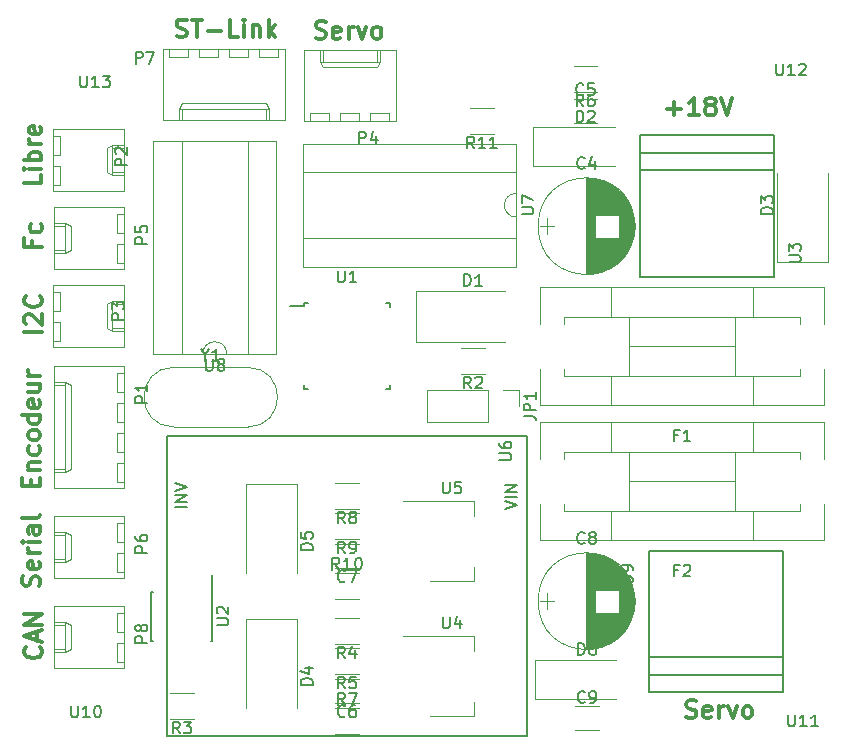
<source format=gto>
G04 #@! TF.FileFunction,Legend,Top*
%FSLAX46Y46*%
G04 Gerber Fmt 4.6, Leading zero omitted, Abs format (unit mm)*
G04 Created by KiCad (PCBNEW 4.0.2+dfsg1-stable) date ven. 05 janv. 2018 23:18:11 CET*
%MOMM*%
G01*
G04 APERTURE LIST*
%ADD10C,0.100000*%
%ADD11C,0.300000*%
%ADD12C,0.150000*%
%ADD13C,0.120000*%
G04 APERTURE END LIST*
D10*
D11*
X149394286Y-130477143D02*
X149608572Y-130548571D01*
X149965715Y-130548571D01*
X150108572Y-130477143D01*
X150180001Y-130405714D01*
X150251429Y-130262857D01*
X150251429Y-130120000D01*
X150180001Y-129977143D01*
X150108572Y-129905714D01*
X149965715Y-129834286D01*
X149680001Y-129762857D01*
X149537143Y-129691429D01*
X149465715Y-129620000D01*
X149394286Y-129477143D01*
X149394286Y-129334286D01*
X149465715Y-129191429D01*
X149537143Y-129120000D01*
X149680001Y-129048571D01*
X150037143Y-129048571D01*
X150251429Y-129120000D01*
X151465714Y-130477143D02*
X151322857Y-130548571D01*
X151037143Y-130548571D01*
X150894286Y-130477143D01*
X150822857Y-130334286D01*
X150822857Y-129762857D01*
X150894286Y-129620000D01*
X151037143Y-129548571D01*
X151322857Y-129548571D01*
X151465714Y-129620000D01*
X151537143Y-129762857D01*
X151537143Y-129905714D01*
X150822857Y-130048571D01*
X152180000Y-130548571D02*
X152180000Y-129548571D01*
X152180000Y-129834286D02*
X152251428Y-129691429D01*
X152322857Y-129620000D01*
X152465714Y-129548571D01*
X152608571Y-129548571D01*
X152965714Y-129548571D02*
X153322857Y-130548571D01*
X153679999Y-129548571D01*
X154465714Y-130548571D02*
X154322856Y-130477143D01*
X154251428Y-130405714D01*
X154179999Y-130262857D01*
X154179999Y-129834286D01*
X154251428Y-129691429D01*
X154322856Y-129620000D01*
X154465714Y-129548571D01*
X154679999Y-129548571D01*
X154822856Y-129620000D01*
X154894285Y-129691429D01*
X154965714Y-129834286D01*
X154965714Y-130262857D01*
X154894285Y-130405714D01*
X154822856Y-130477143D01*
X154679999Y-130548571D01*
X154465714Y-130548571D01*
X147797144Y-78957143D02*
X148940001Y-78957143D01*
X148368572Y-79528571D02*
X148368572Y-78385714D01*
X150440001Y-79528571D02*
X149582858Y-79528571D01*
X150011430Y-79528571D02*
X150011430Y-78028571D01*
X149868573Y-78242857D01*
X149725715Y-78385714D01*
X149582858Y-78457143D01*
X151297144Y-78671429D02*
X151154286Y-78600000D01*
X151082858Y-78528571D01*
X151011429Y-78385714D01*
X151011429Y-78314286D01*
X151082858Y-78171429D01*
X151154286Y-78100000D01*
X151297144Y-78028571D01*
X151582858Y-78028571D01*
X151725715Y-78100000D01*
X151797144Y-78171429D01*
X151868572Y-78314286D01*
X151868572Y-78385714D01*
X151797144Y-78528571D01*
X151725715Y-78600000D01*
X151582858Y-78671429D01*
X151297144Y-78671429D01*
X151154286Y-78742857D01*
X151082858Y-78814286D01*
X151011429Y-78957143D01*
X151011429Y-79242857D01*
X151082858Y-79385714D01*
X151154286Y-79457143D01*
X151297144Y-79528571D01*
X151582858Y-79528571D01*
X151725715Y-79457143D01*
X151797144Y-79385714D01*
X151868572Y-79242857D01*
X151868572Y-78957143D01*
X151797144Y-78814286D01*
X151725715Y-78742857D01*
X151582858Y-78671429D01*
X152297143Y-78028571D02*
X152797143Y-79528571D01*
X153297143Y-78028571D01*
X94705714Y-124564285D02*
X94777143Y-124635714D01*
X94848571Y-124850000D01*
X94848571Y-124992857D01*
X94777143Y-125207142D01*
X94634286Y-125350000D01*
X94491429Y-125421428D01*
X94205714Y-125492857D01*
X93991429Y-125492857D01*
X93705714Y-125421428D01*
X93562857Y-125350000D01*
X93420000Y-125207142D01*
X93348571Y-124992857D01*
X93348571Y-124850000D01*
X93420000Y-124635714D01*
X93491429Y-124564285D01*
X94420000Y-123992857D02*
X94420000Y-123278571D01*
X94848571Y-124135714D02*
X93348571Y-123635714D01*
X94848571Y-123135714D01*
X94848571Y-122635714D02*
X93348571Y-122635714D01*
X94848571Y-121778571D01*
X93348571Y-121778571D01*
X94577143Y-119374285D02*
X94648571Y-119159999D01*
X94648571Y-118802856D01*
X94577143Y-118659999D01*
X94505714Y-118588570D01*
X94362857Y-118517142D01*
X94220000Y-118517142D01*
X94077143Y-118588570D01*
X94005714Y-118659999D01*
X93934286Y-118802856D01*
X93862857Y-119088570D01*
X93791429Y-119231428D01*
X93720000Y-119302856D01*
X93577143Y-119374285D01*
X93434286Y-119374285D01*
X93291429Y-119302856D01*
X93220000Y-119231428D01*
X93148571Y-119088570D01*
X93148571Y-118731428D01*
X93220000Y-118517142D01*
X94577143Y-117302857D02*
X94648571Y-117445714D01*
X94648571Y-117731428D01*
X94577143Y-117874285D01*
X94434286Y-117945714D01*
X93862857Y-117945714D01*
X93720000Y-117874285D01*
X93648571Y-117731428D01*
X93648571Y-117445714D01*
X93720000Y-117302857D01*
X93862857Y-117231428D01*
X94005714Y-117231428D01*
X94148571Y-117945714D01*
X94648571Y-116588571D02*
X93648571Y-116588571D01*
X93934286Y-116588571D02*
X93791429Y-116517143D01*
X93720000Y-116445714D01*
X93648571Y-116302857D01*
X93648571Y-116160000D01*
X94648571Y-115660000D02*
X93648571Y-115660000D01*
X93148571Y-115660000D02*
X93220000Y-115731429D01*
X93291429Y-115660000D01*
X93220000Y-115588572D01*
X93148571Y-115660000D01*
X93291429Y-115660000D01*
X94648571Y-114302857D02*
X93862857Y-114302857D01*
X93720000Y-114374286D01*
X93648571Y-114517143D01*
X93648571Y-114802857D01*
X93720000Y-114945714D01*
X94577143Y-114302857D02*
X94648571Y-114445714D01*
X94648571Y-114802857D01*
X94577143Y-114945714D01*
X94434286Y-115017143D01*
X94291429Y-115017143D01*
X94148571Y-114945714D01*
X94077143Y-114802857D01*
X94077143Y-114445714D01*
X94005714Y-114302857D01*
X94648571Y-113374285D02*
X94577143Y-113517143D01*
X94434286Y-113588571D01*
X93148571Y-113588571D01*
X93902857Y-110905714D02*
X93902857Y-110405714D01*
X94688571Y-110191428D02*
X94688571Y-110905714D01*
X93188571Y-110905714D01*
X93188571Y-110191428D01*
X93688571Y-109548571D02*
X94688571Y-109548571D01*
X93831429Y-109548571D02*
X93760000Y-109477143D01*
X93688571Y-109334285D01*
X93688571Y-109120000D01*
X93760000Y-108977143D01*
X93902857Y-108905714D01*
X94688571Y-108905714D01*
X94617143Y-107548571D02*
X94688571Y-107691428D01*
X94688571Y-107977142D01*
X94617143Y-108120000D01*
X94545714Y-108191428D01*
X94402857Y-108262857D01*
X93974286Y-108262857D01*
X93831429Y-108191428D01*
X93760000Y-108120000D01*
X93688571Y-107977142D01*
X93688571Y-107691428D01*
X93760000Y-107548571D01*
X94688571Y-106691428D02*
X94617143Y-106834286D01*
X94545714Y-106905714D01*
X94402857Y-106977143D01*
X93974286Y-106977143D01*
X93831429Y-106905714D01*
X93760000Y-106834286D01*
X93688571Y-106691428D01*
X93688571Y-106477143D01*
X93760000Y-106334286D01*
X93831429Y-106262857D01*
X93974286Y-106191428D01*
X94402857Y-106191428D01*
X94545714Y-106262857D01*
X94617143Y-106334286D01*
X94688571Y-106477143D01*
X94688571Y-106691428D01*
X94688571Y-104905714D02*
X93188571Y-104905714D01*
X94617143Y-104905714D02*
X94688571Y-105048571D01*
X94688571Y-105334285D01*
X94617143Y-105477143D01*
X94545714Y-105548571D01*
X94402857Y-105620000D01*
X93974286Y-105620000D01*
X93831429Y-105548571D01*
X93760000Y-105477143D01*
X93688571Y-105334285D01*
X93688571Y-105048571D01*
X93760000Y-104905714D01*
X94617143Y-103620000D02*
X94688571Y-103762857D01*
X94688571Y-104048571D01*
X94617143Y-104191428D01*
X94474286Y-104262857D01*
X93902857Y-104262857D01*
X93760000Y-104191428D01*
X93688571Y-104048571D01*
X93688571Y-103762857D01*
X93760000Y-103620000D01*
X93902857Y-103548571D01*
X94045714Y-103548571D01*
X94188571Y-104262857D01*
X93688571Y-102262857D02*
X94688571Y-102262857D01*
X93688571Y-102905714D02*
X94474286Y-102905714D01*
X94617143Y-102834286D01*
X94688571Y-102691428D01*
X94688571Y-102477143D01*
X94617143Y-102334286D01*
X94545714Y-102262857D01*
X94688571Y-101548571D02*
X93688571Y-101548571D01*
X93974286Y-101548571D02*
X93831429Y-101477143D01*
X93760000Y-101405714D01*
X93688571Y-101262857D01*
X93688571Y-101120000D01*
X94848571Y-97834285D02*
X93348571Y-97834285D01*
X93491429Y-97191428D02*
X93420000Y-97119999D01*
X93348571Y-96977142D01*
X93348571Y-96619999D01*
X93420000Y-96477142D01*
X93491429Y-96405713D01*
X93634286Y-96334285D01*
X93777143Y-96334285D01*
X93991429Y-96405713D01*
X94848571Y-97262856D01*
X94848571Y-96334285D01*
X94705714Y-94834285D02*
X94777143Y-94905714D01*
X94848571Y-95120000D01*
X94848571Y-95262857D01*
X94777143Y-95477142D01*
X94634286Y-95620000D01*
X94491429Y-95691428D01*
X94205714Y-95762857D01*
X93991429Y-95762857D01*
X93705714Y-95691428D01*
X93562857Y-95620000D01*
X93420000Y-95477142D01*
X93348571Y-95262857D01*
X93348571Y-95120000D01*
X93420000Y-94905714D01*
X93491429Y-94834285D01*
X94022857Y-90148571D02*
X94022857Y-90648571D01*
X94808571Y-90648571D02*
X93308571Y-90648571D01*
X93308571Y-89934285D01*
X94737143Y-88720000D02*
X94808571Y-88862857D01*
X94808571Y-89148571D01*
X94737143Y-89291429D01*
X94665714Y-89362857D01*
X94522857Y-89434286D01*
X94094286Y-89434286D01*
X93951429Y-89362857D01*
X93880000Y-89291429D01*
X93808571Y-89148571D01*
X93808571Y-88862857D01*
X93880000Y-88720000D01*
X94778571Y-84538571D02*
X94778571Y-85252857D01*
X93278571Y-85252857D01*
X94778571Y-84038571D02*
X93778571Y-84038571D01*
X93278571Y-84038571D02*
X93350000Y-84110000D01*
X93421429Y-84038571D01*
X93350000Y-83967143D01*
X93278571Y-84038571D01*
X93421429Y-84038571D01*
X94778571Y-83324285D02*
X93278571Y-83324285D01*
X93850000Y-83324285D02*
X93778571Y-83181428D01*
X93778571Y-82895714D01*
X93850000Y-82752857D01*
X93921429Y-82681428D01*
X94064286Y-82609999D01*
X94492857Y-82609999D01*
X94635714Y-82681428D01*
X94707143Y-82752857D01*
X94778571Y-82895714D01*
X94778571Y-83181428D01*
X94707143Y-83324285D01*
X94778571Y-81967142D02*
X93778571Y-81967142D01*
X94064286Y-81967142D02*
X93921429Y-81895714D01*
X93850000Y-81824285D01*
X93778571Y-81681428D01*
X93778571Y-81538571D01*
X94707143Y-80467143D02*
X94778571Y-80610000D01*
X94778571Y-80895714D01*
X94707143Y-81038571D01*
X94564286Y-81110000D01*
X93992857Y-81110000D01*
X93850000Y-81038571D01*
X93778571Y-80895714D01*
X93778571Y-80610000D01*
X93850000Y-80467143D01*
X93992857Y-80395714D01*
X94135714Y-80395714D01*
X94278571Y-81110000D01*
X118014286Y-72947143D02*
X118228572Y-73018571D01*
X118585715Y-73018571D01*
X118728572Y-72947143D01*
X118800001Y-72875714D01*
X118871429Y-72732857D01*
X118871429Y-72590000D01*
X118800001Y-72447143D01*
X118728572Y-72375714D01*
X118585715Y-72304286D01*
X118300001Y-72232857D01*
X118157143Y-72161429D01*
X118085715Y-72090000D01*
X118014286Y-71947143D01*
X118014286Y-71804286D01*
X118085715Y-71661429D01*
X118157143Y-71590000D01*
X118300001Y-71518571D01*
X118657143Y-71518571D01*
X118871429Y-71590000D01*
X120085714Y-72947143D02*
X119942857Y-73018571D01*
X119657143Y-73018571D01*
X119514286Y-72947143D01*
X119442857Y-72804286D01*
X119442857Y-72232857D01*
X119514286Y-72090000D01*
X119657143Y-72018571D01*
X119942857Y-72018571D01*
X120085714Y-72090000D01*
X120157143Y-72232857D01*
X120157143Y-72375714D01*
X119442857Y-72518571D01*
X120800000Y-73018571D02*
X120800000Y-72018571D01*
X120800000Y-72304286D02*
X120871428Y-72161429D01*
X120942857Y-72090000D01*
X121085714Y-72018571D01*
X121228571Y-72018571D01*
X121585714Y-72018571D02*
X121942857Y-73018571D01*
X122299999Y-72018571D01*
X123085714Y-73018571D02*
X122942856Y-72947143D01*
X122871428Y-72875714D01*
X122799999Y-72732857D01*
X122799999Y-72304286D01*
X122871428Y-72161429D01*
X122942856Y-72090000D01*
X123085714Y-72018571D01*
X123299999Y-72018571D01*
X123442856Y-72090000D01*
X123514285Y-72161429D01*
X123585714Y-72304286D01*
X123585714Y-72732857D01*
X123514285Y-72875714D01*
X123442856Y-72947143D01*
X123299999Y-73018571D01*
X123085714Y-73018571D01*
X106241428Y-72837143D02*
X106455714Y-72908571D01*
X106812857Y-72908571D01*
X106955714Y-72837143D01*
X107027143Y-72765714D01*
X107098571Y-72622857D01*
X107098571Y-72480000D01*
X107027143Y-72337143D01*
X106955714Y-72265714D01*
X106812857Y-72194286D01*
X106527143Y-72122857D01*
X106384285Y-72051429D01*
X106312857Y-71980000D01*
X106241428Y-71837143D01*
X106241428Y-71694286D01*
X106312857Y-71551429D01*
X106384285Y-71480000D01*
X106527143Y-71408571D01*
X106884285Y-71408571D01*
X107098571Y-71480000D01*
X107527142Y-71408571D02*
X108384285Y-71408571D01*
X107955714Y-72908571D02*
X107955714Y-71408571D01*
X108884285Y-72337143D02*
X110027142Y-72337143D01*
X111455714Y-72908571D02*
X110741428Y-72908571D01*
X110741428Y-71408571D01*
X111955714Y-72908571D02*
X111955714Y-71908571D01*
X111955714Y-71408571D02*
X111884285Y-71480000D01*
X111955714Y-71551429D01*
X112027142Y-71480000D01*
X111955714Y-71408571D01*
X111955714Y-71551429D01*
X112670000Y-71908571D02*
X112670000Y-72908571D01*
X112670000Y-72051429D02*
X112741428Y-71980000D01*
X112884286Y-71908571D01*
X113098571Y-71908571D01*
X113241428Y-71980000D01*
X113312857Y-72122857D01*
X113312857Y-72908571D01*
X114027143Y-72908571D02*
X114027143Y-71408571D01*
X114170000Y-72337143D02*
X114598571Y-72908571D01*
X114598571Y-71908571D02*
X114027143Y-72480000D01*
D12*
X109255000Y-119845000D02*
X109205000Y-119845000D01*
X109255000Y-123995000D02*
X109110000Y-123995000D01*
X104105000Y-123995000D02*
X104250000Y-123995000D01*
X104105000Y-119845000D02*
X104250000Y-119845000D01*
X109255000Y-119845000D02*
X109255000Y-123995000D01*
X104105000Y-119845000D02*
X104105000Y-123995000D01*
X109205000Y-119845000D02*
X109205000Y-118445000D01*
D13*
X145032000Y-88900000D02*
G75*
G03X145032000Y-88900000I-4090000J0D01*
G01*
X140942000Y-84850000D02*
X140942000Y-92950000D01*
X140982000Y-84850000D02*
X140982000Y-92950000D01*
X141022000Y-84850000D02*
X141022000Y-92950000D01*
X141062000Y-84851000D02*
X141062000Y-92949000D01*
X141102000Y-84853000D02*
X141102000Y-92947000D01*
X141142000Y-84854000D02*
X141142000Y-92946000D01*
X141182000Y-84857000D02*
X141182000Y-92943000D01*
X141222000Y-84859000D02*
X141222000Y-92941000D01*
X141262000Y-84862000D02*
X141262000Y-92938000D01*
X141302000Y-84865000D02*
X141302000Y-92935000D01*
X141342000Y-84869000D02*
X141342000Y-92931000D01*
X141382000Y-84873000D02*
X141382000Y-92927000D01*
X141422000Y-84878000D02*
X141422000Y-92922000D01*
X141462000Y-84883000D02*
X141462000Y-92917000D01*
X141502000Y-84888000D02*
X141502000Y-92912000D01*
X141542000Y-84894000D02*
X141542000Y-92906000D01*
X141582000Y-84900000D02*
X141582000Y-92900000D01*
X141622000Y-84906000D02*
X141622000Y-92894000D01*
X141663000Y-84913000D02*
X141663000Y-92887000D01*
X141703000Y-84921000D02*
X141703000Y-92879000D01*
X141743000Y-84929000D02*
X141743000Y-87920000D01*
X141743000Y-89880000D02*
X141743000Y-92871000D01*
X141783000Y-84937000D02*
X141783000Y-87920000D01*
X141783000Y-89880000D02*
X141783000Y-92863000D01*
X141823000Y-84945000D02*
X141823000Y-87920000D01*
X141823000Y-89880000D02*
X141823000Y-92855000D01*
X141863000Y-84954000D02*
X141863000Y-87920000D01*
X141863000Y-89880000D02*
X141863000Y-92846000D01*
X141903000Y-84964000D02*
X141903000Y-87920000D01*
X141903000Y-89880000D02*
X141903000Y-92836000D01*
X141943000Y-84974000D02*
X141943000Y-87920000D01*
X141943000Y-89880000D02*
X141943000Y-92826000D01*
X141983000Y-84984000D02*
X141983000Y-87920000D01*
X141983000Y-89880000D02*
X141983000Y-92816000D01*
X142023000Y-84995000D02*
X142023000Y-87920000D01*
X142023000Y-89880000D02*
X142023000Y-92805000D01*
X142063000Y-85006000D02*
X142063000Y-87920000D01*
X142063000Y-89880000D02*
X142063000Y-92794000D01*
X142103000Y-85017000D02*
X142103000Y-87920000D01*
X142103000Y-89880000D02*
X142103000Y-92783000D01*
X142143000Y-85030000D02*
X142143000Y-87920000D01*
X142143000Y-89880000D02*
X142143000Y-92770000D01*
X142183000Y-85042000D02*
X142183000Y-87920000D01*
X142183000Y-89880000D02*
X142183000Y-92758000D01*
X142223000Y-85055000D02*
X142223000Y-87920000D01*
X142223000Y-89880000D02*
X142223000Y-92745000D01*
X142263000Y-85068000D02*
X142263000Y-87920000D01*
X142263000Y-89880000D02*
X142263000Y-92732000D01*
X142303000Y-85082000D02*
X142303000Y-87920000D01*
X142303000Y-89880000D02*
X142303000Y-92718000D01*
X142343000Y-85097000D02*
X142343000Y-87920000D01*
X142343000Y-89880000D02*
X142343000Y-92703000D01*
X142383000Y-85111000D02*
X142383000Y-87920000D01*
X142383000Y-89880000D02*
X142383000Y-92689000D01*
X142423000Y-85127000D02*
X142423000Y-87920000D01*
X142423000Y-89880000D02*
X142423000Y-92673000D01*
X142463000Y-85142000D02*
X142463000Y-87920000D01*
X142463000Y-89880000D02*
X142463000Y-92658000D01*
X142503000Y-85159000D02*
X142503000Y-87920000D01*
X142503000Y-89880000D02*
X142503000Y-92641000D01*
X142543000Y-85175000D02*
X142543000Y-87920000D01*
X142543000Y-89880000D02*
X142543000Y-92625000D01*
X142583000Y-85193000D02*
X142583000Y-87920000D01*
X142583000Y-89880000D02*
X142583000Y-92607000D01*
X142623000Y-85210000D02*
X142623000Y-87920000D01*
X142623000Y-89880000D02*
X142623000Y-92590000D01*
X142663000Y-85229000D02*
X142663000Y-87920000D01*
X142663000Y-89880000D02*
X142663000Y-92571000D01*
X142703000Y-85248000D02*
X142703000Y-87920000D01*
X142703000Y-89880000D02*
X142703000Y-92552000D01*
X142743000Y-85267000D02*
X142743000Y-87920000D01*
X142743000Y-89880000D02*
X142743000Y-92533000D01*
X142783000Y-85287000D02*
X142783000Y-87920000D01*
X142783000Y-89880000D02*
X142783000Y-92513000D01*
X142823000Y-85307000D02*
X142823000Y-87920000D01*
X142823000Y-89880000D02*
X142823000Y-92493000D01*
X142863000Y-85328000D02*
X142863000Y-87920000D01*
X142863000Y-89880000D02*
X142863000Y-92472000D01*
X142903000Y-85350000D02*
X142903000Y-87920000D01*
X142903000Y-89880000D02*
X142903000Y-92450000D01*
X142943000Y-85372000D02*
X142943000Y-87920000D01*
X142943000Y-89880000D02*
X142943000Y-92428000D01*
X142983000Y-85395000D02*
X142983000Y-87920000D01*
X142983000Y-89880000D02*
X142983000Y-92405000D01*
X143023000Y-85418000D02*
X143023000Y-87920000D01*
X143023000Y-89880000D02*
X143023000Y-92382000D01*
X143063000Y-85442000D02*
X143063000Y-87920000D01*
X143063000Y-89880000D02*
X143063000Y-92358000D01*
X143103000Y-85466000D02*
X143103000Y-87920000D01*
X143103000Y-89880000D02*
X143103000Y-92334000D01*
X143143000Y-85492000D02*
X143143000Y-87920000D01*
X143143000Y-89880000D02*
X143143000Y-92308000D01*
X143183000Y-85517000D02*
X143183000Y-87920000D01*
X143183000Y-89880000D02*
X143183000Y-92283000D01*
X143223000Y-85544000D02*
X143223000Y-87920000D01*
X143223000Y-89880000D02*
X143223000Y-92256000D01*
X143263000Y-85571000D02*
X143263000Y-87920000D01*
X143263000Y-89880000D02*
X143263000Y-92229000D01*
X143303000Y-85599000D02*
X143303000Y-87920000D01*
X143303000Y-89880000D02*
X143303000Y-92201000D01*
X143343000Y-85628000D02*
X143343000Y-87920000D01*
X143343000Y-89880000D02*
X143343000Y-92172000D01*
X143383000Y-85657000D02*
X143383000Y-87920000D01*
X143383000Y-89880000D02*
X143383000Y-92143000D01*
X143423000Y-85687000D02*
X143423000Y-87920000D01*
X143423000Y-89880000D02*
X143423000Y-92113000D01*
X143463000Y-85718000D02*
X143463000Y-87920000D01*
X143463000Y-89880000D02*
X143463000Y-92082000D01*
X143503000Y-85750000D02*
X143503000Y-87920000D01*
X143503000Y-89880000D02*
X143503000Y-92050000D01*
X143543000Y-85782000D02*
X143543000Y-87920000D01*
X143543000Y-89880000D02*
X143543000Y-92018000D01*
X143583000Y-85816000D02*
X143583000Y-87920000D01*
X143583000Y-89880000D02*
X143583000Y-91984000D01*
X143623000Y-85850000D02*
X143623000Y-87920000D01*
X143623000Y-89880000D02*
X143623000Y-91950000D01*
X143663000Y-85885000D02*
X143663000Y-87920000D01*
X143663000Y-89880000D02*
X143663000Y-91915000D01*
X143703000Y-85921000D02*
X143703000Y-91879000D01*
X143743000Y-85958000D02*
X143743000Y-91842000D01*
X143783000Y-85996000D02*
X143783000Y-91804000D01*
X143823000Y-86035000D02*
X143823000Y-91765000D01*
X143863000Y-86076000D02*
X143863000Y-91724000D01*
X143903000Y-86117000D02*
X143903000Y-91683000D01*
X143943000Y-86160000D02*
X143943000Y-91640000D01*
X143983000Y-86203000D02*
X143983000Y-91597000D01*
X144023000Y-86248000D02*
X144023000Y-91552000D01*
X144063000Y-86295000D02*
X144063000Y-91505000D01*
X144103000Y-86343000D02*
X144103000Y-91457000D01*
X144143000Y-86392000D02*
X144143000Y-91408000D01*
X144183000Y-86443000D02*
X144183000Y-91357000D01*
X144223000Y-86496000D02*
X144223000Y-91304000D01*
X144263000Y-86551000D02*
X144263000Y-91249000D01*
X144303000Y-86607000D02*
X144303000Y-91193000D01*
X144343000Y-86666000D02*
X144343000Y-91134000D01*
X144383000Y-86727000D02*
X144383000Y-91073000D01*
X144423000Y-86791000D02*
X144423000Y-91009000D01*
X144463000Y-86857000D02*
X144463000Y-90943000D01*
X144503000Y-86926000D02*
X144503000Y-90874000D01*
X144543000Y-86998000D02*
X144543000Y-90802000D01*
X144583000Y-87074000D02*
X144583000Y-90726000D01*
X144623000Y-87155000D02*
X144623000Y-90645000D01*
X144663000Y-87240000D02*
X144663000Y-90560000D01*
X144703000Y-87330000D02*
X144703000Y-90470000D01*
X144743000Y-87427000D02*
X144743000Y-90373000D01*
X144783000Y-87531000D02*
X144783000Y-90269000D01*
X144823000Y-87646000D02*
X144823000Y-90154000D01*
X144863000Y-87773000D02*
X144863000Y-90027000D01*
X144903000Y-87917000D02*
X144903000Y-89883000D01*
X144943000Y-88086000D02*
X144943000Y-89714000D01*
X144983000Y-88302000D02*
X144983000Y-89498000D01*
X145023000Y-88654000D02*
X145023000Y-89146000D01*
X136992000Y-88900000D02*
X138192000Y-88900000D01*
X137592000Y-88250000D02*
X137592000Y-89550000D01*
X141843000Y-78101000D02*
X139843000Y-78101000D01*
X139843000Y-80141000D02*
X141843000Y-80141000D01*
X155020000Y-101560000D02*
X155020000Y-104060000D01*
X155020000Y-94060000D02*
X155020000Y-96560000D01*
X143020000Y-94060000D02*
X143020000Y-96560000D01*
X143020000Y-104060000D02*
X143020000Y-101560000D01*
X153520000Y-99060000D02*
X144520000Y-99060000D01*
X153520000Y-101560000D02*
X153520000Y-96560000D01*
X144520000Y-101560000D02*
X144520000Y-96560000D01*
X139020000Y-100960000D02*
X139020000Y-101560000D01*
X159020000Y-97160000D02*
X159020000Y-96560000D01*
X159020000Y-96560000D02*
X139020000Y-96560000D01*
X139020000Y-96560000D02*
X139020000Y-97160000D01*
X139020000Y-101560000D02*
X159020000Y-101560000D01*
X159020000Y-101560000D02*
X159020000Y-100960000D01*
X137020000Y-100960000D02*
X137020000Y-104060000D01*
X161020000Y-97160000D02*
X161020000Y-94060000D01*
X161020000Y-94060000D02*
X137020000Y-94060000D01*
X137020000Y-94060000D02*
X137020000Y-97160000D01*
X137020000Y-104060000D02*
X161020000Y-104060000D01*
X161020000Y-104060000D02*
X161020000Y-100960000D01*
X139843000Y-75384000D02*
X141843000Y-75384000D01*
X141843000Y-77524000D02*
X139843000Y-77524000D01*
D12*
X156815000Y-82686000D02*
X145445000Y-82686000D01*
X156815000Y-84186000D02*
X145445000Y-84186000D01*
X145445000Y-81186000D02*
X145445000Y-91186000D01*
X156815000Y-81186000D02*
X145445000Y-81186000D01*
X156815000Y-91186000D02*
X156815000Y-81186000D01*
X145445000Y-93186000D02*
X145445000Y-91186000D01*
X156815000Y-93186000D02*
X145445000Y-93186000D01*
X156815000Y-91186000D02*
X156815000Y-93186000D01*
X156815000Y-93186000D02*
X145445000Y-93186000D01*
D13*
X136443000Y-80519000D02*
X136443000Y-83819000D01*
X136443000Y-83819000D02*
X143343000Y-83819000D01*
X136443000Y-80519000D02*
X143343000Y-80519000D01*
X157108000Y-91972000D02*
X161408000Y-91972000D01*
X161408000Y-91972000D02*
X161408000Y-84422000D01*
X157108000Y-91972000D02*
X157108000Y-84422000D01*
D12*
X117025000Y-95435000D02*
X117025000Y-95660000D01*
X124275000Y-95435000D02*
X124275000Y-95735000D01*
X124275000Y-102685000D02*
X124275000Y-102385000D01*
X117025000Y-102685000D02*
X117025000Y-102385000D01*
X117025000Y-95435000D02*
X117325000Y-95435000D01*
X117025000Y-102685000D02*
X117325000Y-102685000D01*
X124275000Y-102685000D02*
X123975000Y-102685000D01*
X124275000Y-95435000D02*
X123975000Y-95435000D01*
X117025000Y-95660000D02*
X115800000Y-95660000D01*
D13*
X127448000Y-102810000D02*
X127448000Y-105470000D01*
X132588000Y-102810000D02*
X127448000Y-102810000D01*
X132588000Y-105470000D02*
X127448000Y-105470000D01*
X132588000Y-102810000D02*
X132588000Y-105470000D01*
X133858000Y-102810000D02*
X135188000Y-102810000D01*
X135188000Y-102810000D02*
X135188000Y-104140000D01*
X130318000Y-99260000D02*
X132318000Y-99260000D01*
X132318000Y-101400000D02*
X130318000Y-101400000D01*
X131080000Y-78940000D02*
X133080000Y-78940000D01*
X133080000Y-81080000D02*
X131080000Y-81080000D01*
X126468000Y-94370000D02*
X126468000Y-98670000D01*
X126468000Y-98670000D02*
X134018000Y-98670000D01*
X126468000Y-94370000D02*
X134018000Y-94370000D01*
X134994000Y-86122000D02*
X134994000Y-84352000D01*
X134994000Y-84352000D02*
X116974000Y-84352000D01*
X116974000Y-84352000D02*
X116974000Y-89892000D01*
X116974000Y-89892000D02*
X134994000Y-89892000D01*
X134994000Y-89892000D02*
X134994000Y-88122000D01*
X134994000Y-81922000D02*
X116974000Y-81922000D01*
X116974000Y-81922000D02*
X116974000Y-92322000D01*
X116974000Y-92322000D02*
X134994000Y-92322000D01*
X134994000Y-92322000D02*
X134994000Y-81922000D01*
X134994000Y-88122000D02*
G75*
G02X134994000Y-86122000I0J1000000D01*
G01*
X116450000Y-122150000D02*
X112150000Y-122150000D01*
X112150000Y-122150000D02*
X112150000Y-129700000D01*
X116450000Y-122150000D02*
X116450000Y-129700000D01*
X116450000Y-110720000D02*
X112150000Y-110720000D01*
X112150000Y-110720000D02*
X112150000Y-118270000D01*
X116450000Y-110720000D02*
X116450000Y-118270000D01*
X105680000Y-128470000D02*
X107680000Y-128470000D01*
X107680000Y-130610000D02*
X105680000Y-130610000D01*
X101826000Y-121058000D02*
X95826000Y-121058000D01*
X95826000Y-121058000D02*
X95826000Y-126338000D01*
X95826000Y-126338000D02*
X101826000Y-126338000D01*
X101826000Y-126338000D02*
X101826000Y-121058000D01*
X95826000Y-122428000D02*
X96826000Y-122428000D01*
X96826000Y-122428000D02*
X96826000Y-124968000D01*
X96826000Y-124968000D02*
X95826000Y-124968000D01*
X96826000Y-122428000D02*
X97256000Y-122678000D01*
X97256000Y-122678000D02*
X97256000Y-124718000D01*
X97256000Y-124718000D02*
X96826000Y-124968000D01*
X95826000Y-122678000D02*
X96826000Y-122678000D01*
X95826000Y-124718000D02*
X96826000Y-124718000D01*
X101826000Y-121628000D02*
X101206000Y-121628000D01*
X101206000Y-121628000D02*
X101206000Y-123228000D01*
X101206000Y-123228000D02*
X101826000Y-123228000D01*
X101826000Y-124168000D02*
X101206000Y-124168000D01*
X101206000Y-124168000D02*
X101206000Y-125768000D01*
X101206000Y-125768000D02*
X101826000Y-125768000D01*
X119650000Y-110690000D02*
X121650000Y-110690000D01*
X121650000Y-112830000D02*
X119650000Y-112830000D01*
X101826000Y-113438000D02*
X95826000Y-113438000D01*
X95826000Y-113438000D02*
X95826000Y-118718000D01*
X95826000Y-118718000D02*
X101826000Y-118718000D01*
X101826000Y-118718000D02*
X101826000Y-113438000D01*
X95826000Y-114808000D02*
X96826000Y-114808000D01*
X96826000Y-114808000D02*
X96826000Y-117348000D01*
X96826000Y-117348000D02*
X95826000Y-117348000D01*
X96826000Y-114808000D02*
X97256000Y-115058000D01*
X97256000Y-115058000D02*
X97256000Y-117098000D01*
X97256000Y-117098000D02*
X96826000Y-117348000D01*
X95826000Y-115058000D02*
X96826000Y-115058000D01*
X95826000Y-117098000D02*
X96826000Y-117098000D01*
X101826000Y-114008000D02*
X101206000Y-114008000D01*
X101206000Y-114008000D02*
X101206000Y-115608000D01*
X101206000Y-115608000D02*
X101826000Y-115608000D01*
X101826000Y-116548000D02*
X101206000Y-116548000D01*
X101206000Y-116548000D02*
X101206000Y-118148000D01*
X101206000Y-118148000D02*
X101826000Y-118148000D01*
X119650000Y-117860000D02*
X121650000Y-117860000D01*
X121650000Y-115820000D02*
X119650000Y-115820000D01*
X101826000Y-100738000D02*
X95826000Y-100738000D01*
X95826000Y-100738000D02*
X95826000Y-111098000D01*
X95826000Y-111098000D02*
X101826000Y-111098000D01*
X101826000Y-111098000D02*
X101826000Y-100738000D01*
X95826000Y-102108000D02*
X96826000Y-102108000D01*
X96826000Y-102108000D02*
X96826000Y-109728000D01*
X96826000Y-109728000D02*
X95826000Y-109728000D01*
X96826000Y-102108000D02*
X97256000Y-102358000D01*
X97256000Y-102358000D02*
X97256000Y-109478000D01*
X97256000Y-109478000D02*
X96826000Y-109728000D01*
X95826000Y-102358000D02*
X96826000Y-102358000D01*
X95826000Y-109478000D02*
X96826000Y-109478000D01*
X101826000Y-101308000D02*
X101206000Y-101308000D01*
X101206000Y-101308000D02*
X101206000Y-102908000D01*
X101206000Y-102908000D02*
X101826000Y-102908000D01*
X101826000Y-103848000D02*
X101206000Y-103848000D01*
X101206000Y-103848000D02*
X101206000Y-105448000D01*
X101206000Y-105448000D02*
X101826000Y-105448000D01*
X101826000Y-106388000D02*
X101206000Y-106388000D01*
X101206000Y-106388000D02*
X101206000Y-107988000D01*
X101206000Y-107988000D02*
X101826000Y-107988000D01*
X101826000Y-108928000D02*
X101206000Y-108928000D01*
X101206000Y-108928000D02*
X101206000Y-110528000D01*
X101206000Y-110528000D02*
X101826000Y-110528000D01*
X119650000Y-113230000D02*
X121650000Y-113230000D01*
X121650000Y-115370000D02*
X119650000Y-115370000D01*
X106005000Y-100853000D02*
X112255000Y-100853000D01*
X106005000Y-105903000D02*
X112255000Y-105903000D01*
X106005000Y-105903000D02*
G75*
G02X106005000Y-100853000I0J2525000D01*
G01*
X112255000Y-105903000D02*
G75*
G03X112255000Y-100853000I0J2525000D01*
G01*
D12*
X105410000Y-106680000D02*
X135890000Y-106680000D01*
X105410000Y-132080000D02*
X105410000Y-106680000D01*
X135890000Y-132080000D02*
X105410000Y-132080000D01*
X135890000Y-106680000D02*
X135890000Y-132080000D01*
D13*
X121650000Y-120450000D02*
X119650000Y-120450000D01*
X119650000Y-118310000D02*
X121650000Y-118310000D01*
X121650000Y-131880000D02*
X119650000Y-131880000D01*
X119650000Y-129740000D02*
X121650000Y-129740000D01*
X119650000Y-129290000D02*
X121650000Y-129290000D01*
X121650000Y-127250000D02*
X119650000Y-127250000D01*
X119650000Y-122120000D02*
X121650000Y-122120000D01*
X121650000Y-124260000D02*
X119650000Y-124260000D01*
X119650000Y-124660000D02*
X121650000Y-124660000D01*
X121650000Y-126800000D02*
X119650000Y-126800000D01*
X131450000Y-130410000D02*
X131450000Y-129150000D01*
X131450000Y-123590000D02*
X131450000Y-124850000D01*
X127690000Y-130410000D02*
X131450000Y-130410000D01*
X125440000Y-123590000D02*
X131450000Y-123590000D01*
X105056000Y-73942000D02*
X105056000Y-79942000D01*
X105056000Y-79942000D02*
X115416000Y-79942000D01*
X115416000Y-79942000D02*
X115416000Y-73942000D01*
X115416000Y-73942000D02*
X105056000Y-73942000D01*
X106426000Y-79942000D02*
X106426000Y-78942000D01*
X106426000Y-78942000D02*
X114046000Y-78942000D01*
X114046000Y-78942000D02*
X114046000Y-79942000D01*
X106426000Y-78942000D02*
X106676000Y-78512000D01*
X106676000Y-78512000D02*
X113796000Y-78512000D01*
X113796000Y-78512000D02*
X114046000Y-78942000D01*
X106676000Y-79942000D02*
X106676000Y-78942000D01*
X113796000Y-79942000D02*
X113796000Y-78942000D01*
X105626000Y-73942000D02*
X105626000Y-74562000D01*
X105626000Y-74562000D02*
X107226000Y-74562000D01*
X107226000Y-74562000D02*
X107226000Y-73942000D01*
X108166000Y-73942000D02*
X108166000Y-74562000D01*
X108166000Y-74562000D02*
X109766000Y-74562000D01*
X109766000Y-74562000D02*
X109766000Y-73942000D01*
X110706000Y-73942000D02*
X110706000Y-74562000D01*
X110706000Y-74562000D02*
X112306000Y-74562000D01*
X112306000Y-74562000D02*
X112306000Y-73942000D01*
X113246000Y-73942000D02*
X113246000Y-74562000D01*
X113246000Y-74562000D02*
X114846000Y-74562000D01*
X114846000Y-74562000D02*
X114846000Y-73942000D01*
X124814000Y-79982000D02*
X124814000Y-73982000D01*
X124814000Y-73982000D02*
X116994000Y-73982000D01*
X116994000Y-73982000D02*
X116994000Y-79982000D01*
X116994000Y-79982000D02*
X124814000Y-79982000D01*
X123444000Y-73982000D02*
X123444000Y-74982000D01*
X123444000Y-74982000D02*
X118364000Y-74982000D01*
X118364000Y-74982000D02*
X118364000Y-73982000D01*
X123444000Y-74982000D02*
X123194000Y-75412000D01*
X123194000Y-75412000D02*
X118614000Y-75412000D01*
X118614000Y-75412000D02*
X118364000Y-74982000D01*
X123194000Y-73982000D02*
X123194000Y-74982000D01*
X118614000Y-73982000D02*
X118614000Y-74982000D01*
X124244000Y-79982000D02*
X124244000Y-79362000D01*
X124244000Y-79362000D02*
X122644000Y-79362000D01*
X122644000Y-79362000D02*
X122644000Y-79982000D01*
X121704000Y-79982000D02*
X121704000Y-79362000D01*
X121704000Y-79362000D02*
X120104000Y-79362000D01*
X120104000Y-79362000D02*
X120104000Y-79982000D01*
X119164000Y-79982000D02*
X119164000Y-79362000D01*
X119164000Y-79362000D02*
X117564000Y-79362000D01*
X117564000Y-79362000D02*
X117564000Y-79982000D01*
X145032000Y-120650000D02*
G75*
G03X145032000Y-120650000I-4090000J0D01*
G01*
X140942000Y-116600000D02*
X140942000Y-124700000D01*
X140982000Y-116600000D02*
X140982000Y-124700000D01*
X141022000Y-116600000D02*
X141022000Y-124700000D01*
X141062000Y-116601000D02*
X141062000Y-124699000D01*
X141102000Y-116603000D02*
X141102000Y-124697000D01*
X141142000Y-116604000D02*
X141142000Y-124696000D01*
X141182000Y-116607000D02*
X141182000Y-124693000D01*
X141222000Y-116609000D02*
X141222000Y-124691000D01*
X141262000Y-116612000D02*
X141262000Y-124688000D01*
X141302000Y-116615000D02*
X141302000Y-124685000D01*
X141342000Y-116619000D02*
X141342000Y-124681000D01*
X141382000Y-116623000D02*
X141382000Y-124677000D01*
X141422000Y-116628000D02*
X141422000Y-124672000D01*
X141462000Y-116633000D02*
X141462000Y-124667000D01*
X141502000Y-116638000D02*
X141502000Y-124662000D01*
X141542000Y-116644000D02*
X141542000Y-124656000D01*
X141582000Y-116650000D02*
X141582000Y-124650000D01*
X141622000Y-116656000D02*
X141622000Y-124644000D01*
X141663000Y-116663000D02*
X141663000Y-124637000D01*
X141703000Y-116671000D02*
X141703000Y-124629000D01*
X141743000Y-116679000D02*
X141743000Y-119670000D01*
X141743000Y-121630000D02*
X141743000Y-124621000D01*
X141783000Y-116687000D02*
X141783000Y-119670000D01*
X141783000Y-121630000D02*
X141783000Y-124613000D01*
X141823000Y-116695000D02*
X141823000Y-119670000D01*
X141823000Y-121630000D02*
X141823000Y-124605000D01*
X141863000Y-116704000D02*
X141863000Y-119670000D01*
X141863000Y-121630000D02*
X141863000Y-124596000D01*
X141903000Y-116714000D02*
X141903000Y-119670000D01*
X141903000Y-121630000D02*
X141903000Y-124586000D01*
X141943000Y-116724000D02*
X141943000Y-119670000D01*
X141943000Y-121630000D02*
X141943000Y-124576000D01*
X141983000Y-116734000D02*
X141983000Y-119670000D01*
X141983000Y-121630000D02*
X141983000Y-124566000D01*
X142023000Y-116745000D02*
X142023000Y-119670000D01*
X142023000Y-121630000D02*
X142023000Y-124555000D01*
X142063000Y-116756000D02*
X142063000Y-119670000D01*
X142063000Y-121630000D02*
X142063000Y-124544000D01*
X142103000Y-116767000D02*
X142103000Y-119670000D01*
X142103000Y-121630000D02*
X142103000Y-124533000D01*
X142143000Y-116780000D02*
X142143000Y-119670000D01*
X142143000Y-121630000D02*
X142143000Y-124520000D01*
X142183000Y-116792000D02*
X142183000Y-119670000D01*
X142183000Y-121630000D02*
X142183000Y-124508000D01*
X142223000Y-116805000D02*
X142223000Y-119670000D01*
X142223000Y-121630000D02*
X142223000Y-124495000D01*
X142263000Y-116818000D02*
X142263000Y-119670000D01*
X142263000Y-121630000D02*
X142263000Y-124482000D01*
X142303000Y-116832000D02*
X142303000Y-119670000D01*
X142303000Y-121630000D02*
X142303000Y-124468000D01*
X142343000Y-116847000D02*
X142343000Y-119670000D01*
X142343000Y-121630000D02*
X142343000Y-124453000D01*
X142383000Y-116861000D02*
X142383000Y-119670000D01*
X142383000Y-121630000D02*
X142383000Y-124439000D01*
X142423000Y-116877000D02*
X142423000Y-119670000D01*
X142423000Y-121630000D02*
X142423000Y-124423000D01*
X142463000Y-116892000D02*
X142463000Y-119670000D01*
X142463000Y-121630000D02*
X142463000Y-124408000D01*
X142503000Y-116909000D02*
X142503000Y-119670000D01*
X142503000Y-121630000D02*
X142503000Y-124391000D01*
X142543000Y-116925000D02*
X142543000Y-119670000D01*
X142543000Y-121630000D02*
X142543000Y-124375000D01*
X142583000Y-116943000D02*
X142583000Y-119670000D01*
X142583000Y-121630000D02*
X142583000Y-124357000D01*
X142623000Y-116960000D02*
X142623000Y-119670000D01*
X142623000Y-121630000D02*
X142623000Y-124340000D01*
X142663000Y-116979000D02*
X142663000Y-119670000D01*
X142663000Y-121630000D02*
X142663000Y-124321000D01*
X142703000Y-116998000D02*
X142703000Y-119670000D01*
X142703000Y-121630000D02*
X142703000Y-124302000D01*
X142743000Y-117017000D02*
X142743000Y-119670000D01*
X142743000Y-121630000D02*
X142743000Y-124283000D01*
X142783000Y-117037000D02*
X142783000Y-119670000D01*
X142783000Y-121630000D02*
X142783000Y-124263000D01*
X142823000Y-117057000D02*
X142823000Y-119670000D01*
X142823000Y-121630000D02*
X142823000Y-124243000D01*
X142863000Y-117078000D02*
X142863000Y-119670000D01*
X142863000Y-121630000D02*
X142863000Y-124222000D01*
X142903000Y-117100000D02*
X142903000Y-119670000D01*
X142903000Y-121630000D02*
X142903000Y-124200000D01*
X142943000Y-117122000D02*
X142943000Y-119670000D01*
X142943000Y-121630000D02*
X142943000Y-124178000D01*
X142983000Y-117145000D02*
X142983000Y-119670000D01*
X142983000Y-121630000D02*
X142983000Y-124155000D01*
X143023000Y-117168000D02*
X143023000Y-119670000D01*
X143023000Y-121630000D02*
X143023000Y-124132000D01*
X143063000Y-117192000D02*
X143063000Y-119670000D01*
X143063000Y-121630000D02*
X143063000Y-124108000D01*
X143103000Y-117216000D02*
X143103000Y-119670000D01*
X143103000Y-121630000D02*
X143103000Y-124084000D01*
X143143000Y-117242000D02*
X143143000Y-119670000D01*
X143143000Y-121630000D02*
X143143000Y-124058000D01*
X143183000Y-117267000D02*
X143183000Y-119670000D01*
X143183000Y-121630000D02*
X143183000Y-124033000D01*
X143223000Y-117294000D02*
X143223000Y-119670000D01*
X143223000Y-121630000D02*
X143223000Y-124006000D01*
X143263000Y-117321000D02*
X143263000Y-119670000D01*
X143263000Y-121630000D02*
X143263000Y-123979000D01*
X143303000Y-117349000D02*
X143303000Y-119670000D01*
X143303000Y-121630000D02*
X143303000Y-123951000D01*
X143343000Y-117378000D02*
X143343000Y-119670000D01*
X143343000Y-121630000D02*
X143343000Y-123922000D01*
X143383000Y-117407000D02*
X143383000Y-119670000D01*
X143383000Y-121630000D02*
X143383000Y-123893000D01*
X143423000Y-117437000D02*
X143423000Y-119670000D01*
X143423000Y-121630000D02*
X143423000Y-123863000D01*
X143463000Y-117468000D02*
X143463000Y-119670000D01*
X143463000Y-121630000D02*
X143463000Y-123832000D01*
X143503000Y-117500000D02*
X143503000Y-119670000D01*
X143503000Y-121630000D02*
X143503000Y-123800000D01*
X143543000Y-117532000D02*
X143543000Y-119670000D01*
X143543000Y-121630000D02*
X143543000Y-123768000D01*
X143583000Y-117566000D02*
X143583000Y-119670000D01*
X143583000Y-121630000D02*
X143583000Y-123734000D01*
X143623000Y-117600000D02*
X143623000Y-119670000D01*
X143623000Y-121630000D02*
X143623000Y-123700000D01*
X143663000Y-117635000D02*
X143663000Y-119670000D01*
X143663000Y-121630000D02*
X143663000Y-123665000D01*
X143703000Y-117671000D02*
X143703000Y-123629000D01*
X143743000Y-117708000D02*
X143743000Y-123592000D01*
X143783000Y-117746000D02*
X143783000Y-123554000D01*
X143823000Y-117785000D02*
X143823000Y-123515000D01*
X143863000Y-117826000D02*
X143863000Y-123474000D01*
X143903000Y-117867000D02*
X143903000Y-123433000D01*
X143943000Y-117910000D02*
X143943000Y-123390000D01*
X143983000Y-117953000D02*
X143983000Y-123347000D01*
X144023000Y-117998000D02*
X144023000Y-123302000D01*
X144063000Y-118045000D02*
X144063000Y-123255000D01*
X144103000Y-118093000D02*
X144103000Y-123207000D01*
X144143000Y-118142000D02*
X144143000Y-123158000D01*
X144183000Y-118193000D02*
X144183000Y-123107000D01*
X144223000Y-118246000D02*
X144223000Y-123054000D01*
X144263000Y-118301000D02*
X144263000Y-122999000D01*
X144303000Y-118357000D02*
X144303000Y-122943000D01*
X144343000Y-118416000D02*
X144343000Y-122884000D01*
X144383000Y-118477000D02*
X144383000Y-122823000D01*
X144423000Y-118541000D02*
X144423000Y-122759000D01*
X144463000Y-118607000D02*
X144463000Y-122693000D01*
X144503000Y-118676000D02*
X144503000Y-122624000D01*
X144543000Y-118748000D02*
X144543000Y-122552000D01*
X144583000Y-118824000D02*
X144583000Y-122476000D01*
X144623000Y-118905000D02*
X144623000Y-122395000D01*
X144663000Y-118990000D02*
X144663000Y-122310000D01*
X144703000Y-119080000D02*
X144703000Y-122220000D01*
X144743000Y-119177000D02*
X144743000Y-122123000D01*
X144783000Y-119281000D02*
X144783000Y-122019000D01*
X144823000Y-119396000D02*
X144823000Y-121904000D01*
X144863000Y-119523000D02*
X144863000Y-121777000D01*
X144903000Y-119667000D02*
X144903000Y-121633000D01*
X144943000Y-119836000D02*
X144943000Y-121464000D01*
X144983000Y-120052000D02*
X144983000Y-121248000D01*
X145023000Y-120404000D02*
X145023000Y-120896000D01*
X136992000Y-120650000D02*
X138192000Y-120650000D01*
X137592000Y-120000000D02*
X137592000Y-121300000D01*
X141970000Y-129536000D02*
X139970000Y-129536000D01*
X139970000Y-131576000D02*
X141970000Y-131576000D01*
X155020000Y-112990000D02*
X155020000Y-115490000D01*
X155020000Y-105490000D02*
X155020000Y-107990000D01*
X143020000Y-105490000D02*
X143020000Y-107990000D01*
X143020000Y-115490000D02*
X143020000Y-112990000D01*
X153520000Y-110490000D02*
X144520000Y-110490000D01*
X153520000Y-112990000D02*
X153520000Y-107990000D01*
X144520000Y-112990000D02*
X144520000Y-107990000D01*
X139020000Y-112390000D02*
X139020000Y-112990000D01*
X159020000Y-108590000D02*
X159020000Y-107990000D01*
X159020000Y-107990000D02*
X139020000Y-107990000D01*
X139020000Y-107990000D02*
X139020000Y-108590000D01*
X139020000Y-112990000D02*
X159020000Y-112990000D01*
X159020000Y-112990000D02*
X159020000Y-112390000D01*
X137020000Y-112390000D02*
X137020000Y-115490000D01*
X161020000Y-108590000D02*
X161020000Y-105490000D01*
X161020000Y-105490000D02*
X137020000Y-105490000D01*
X137020000Y-105490000D02*
X137020000Y-108590000D01*
X137020000Y-115490000D02*
X161020000Y-115490000D01*
X161020000Y-115490000D02*
X161020000Y-112390000D01*
D12*
X146207000Y-126864000D02*
X157577000Y-126864000D01*
X146207000Y-125364000D02*
X157577000Y-125364000D01*
X157577000Y-128364000D02*
X157577000Y-118364000D01*
X146207000Y-128364000D02*
X157577000Y-128364000D01*
X146207000Y-118364000D02*
X146207000Y-128364000D01*
X157577000Y-116364000D02*
X157577000Y-118364000D01*
X146207000Y-116364000D02*
X157577000Y-116364000D01*
X146207000Y-118364000D02*
X146207000Y-116364000D01*
X146207000Y-116364000D02*
X157577000Y-116364000D01*
D13*
X136570000Y-125604000D02*
X136570000Y-128904000D01*
X136570000Y-128904000D02*
X143470000Y-128904000D01*
X136570000Y-125604000D02*
X143470000Y-125604000D01*
X110474000Y-99688000D02*
X112244000Y-99688000D01*
X112244000Y-99688000D02*
X112244000Y-81668000D01*
X112244000Y-81668000D02*
X106704000Y-81668000D01*
X106704000Y-81668000D02*
X106704000Y-99688000D01*
X106704000Y-99688000D02*
X108474000Y-99688000D01*
X114674000Y-99688000D02*
X114674000Y-81668000D01*
X114674000Y-81668000D02*
X104274000Y-81668000D01*
X104274000Y-81668000D02*
X104274000Y-99688000D01*
X104274000Y-99688000D02*
X114674000Y-99688000D01*
X108474000Y-99688000D02*
G75*
G02X110474000Y-99688000I1000000J0D01*
G01*
X101826000Y-87276000D02*
X95826000Y-87276000D01*
X95826000Y-87276000D02*
X95826000Y-92556000D01*
X95826000Y-92556000D02*
X101826000Y-92556000D01*
X101826000Y-92556000D02*
X101826000Y-87276000D01*
X95826000Y-88646000D02*
X96826000Y-88646000D01*
X96826000Y-88646000D02*
X96826000Y-91186000D01*
X96826000Y-91186000D02*
X95826000Y-91186000D01*
X96826000Y-88646000D02*
X97256000Y-88896000D01*
X97256000Y-88896000D02*
X97256000Y-90936000D01*
X97256000Y-90936000D02*
X96826000Y-91186000D01*
X95826000Y-88896000D02*
X96826000Y-88896000D01*
X95826000Y-90936000D02*
X96826000Y-90936000D01*
X101826000Y-87846000D02*
X101206000Y-87846000D01*
X101206000Y-87846000D02*
X101206000Y-89446000D01*
X101206000Y-89446000D02*
X101826000Y-89446000D01*
X101826000Y-90386000D02*
X101206000Y-90386000D01*
X101206000Y-90386000D02*
X101206000Y-91986000D01*
X101206000Y-91986000D02*
X101826000Y-91986000D01*
X95786000Y-99160000D02*
X101786000Y-99160000D01*
X101786000Y-99160000D02*
X101786000Y-93880000D01*
X101786000Y-93880000D02*
X95786000Y-93880000D01*
X95786000Y-93880000D02*
X95786000Y-99160000D01*
X101786000Y-97790000D02*
X100786000Y-97790000D01*
X100786000Y-97790000D02*
X100786000Y-95250000D01*
X100786000Y-95250000D02*
X101786000Y-95250000D01*
X100786000Y-97790000D02*
X100356000Y-97540000D01*
X100356000Y-97540000D02*
X100356000Y-95500000D01*
X100356000Y-95500000D02*
X100786000Y-95250000D01*
X101786000Y-97540000D02*
X100786000Y-97540000D01*
X101786000Y-95500000D02*
X100786000Y-95500000D01*
X95786000Y-98590000D02*
X96406000Y-98590000D01*
X96406000Y-98590000D02*
X96406000Y-96990000D01*
X96406000Y-96990000D02*
X95786000Y-96990000D01*
X95786000Y-96050000D02*
X96406000Y-96050000D01*
X96406000Y-96050000D02*
X96406000Y-94450000D01*
X96406000Y-94450000D02*
X95786000Y-94450000D01*
X95786000Y-85952000D02*
X101786000Y-85952000D01*
X101786000Y-85952000D02*
X101786000Y-80672000D01*
X101786000Y-80672000D02*
X95786000Y-80672000D01*
X95786000Y-80672000D02*
X95786000Y-85952000D01*
X101786000Y-84582000D02*
X100786000Y-84582000D01*
X100786000Y-84582000D02*
X100786000Y-82042000D01*
X100786000Y-82042000D02*
X101786000Y-82042000D01*
X100786000Y-84582000D02*
X100356000Y-84332000D01*
X100356000Y-84332000D02*
X100356000Y-82292000D01*
X100356000Y-82292000D02*
X100786000Y-82042000D01*
X101786000Y-84332000D02*
X100786000Y-84332000D01*
X101786000Y-82292000D02*
X100786000Y-82292000D01*
X95786000Y-85382000D02*
X96406000Y-85382000D01*
X96406000Y-85382000D02*
X96406000Y-83782000D01*
X96406000Y-83782000D02*
X95786000Y-83782000D01*
X95786000Y-82842000D02*
X96406000Y-82842000D01*
X96406000Y-82842000D02*
X96406000Y-81242000D01*
X96406000Y-81242000D02*
X95786000Y-81242000D01*
X131450000Y-118980000D02*
X131450000Y-117720000D01*
X131450000Y-112160000D02*
X131450000Y-113420000D01*
X127690000Y-118980000D02*
X131450000Y-118980000D01*
X125440000Y-112160000D02*
X131450000Y-112160000D01*
D12*
X109632381Y-122681905D02*
X110441905Y-122681905D01*
X110537143Y-122634286D01*
X110584762Y-122586667D01*
X110632381Y-122491429D01*
X110632381Y-122300952D01*
X110584762Y-122205714D01*
X110537143Y-122158095D01*
X110441905Y-122110476D01*
X109632381Y-122110476D01*
X109727619Y-121681905D02*
X109680000Y-121634286D01*
X109632381Y-121539048D01*
X109632381Y-121300952D01*
X109680000Y-121205714D01*
X109727619Y-121158095D01*
X109822857Y-121110476D01*
X109918095Y-121110476D01*
X110060952Y-121158095D01*
X110632381Y-121729524D01*
X110632381Y-121110476D01*
X140775334Y-83947143D02*
X140727715Y-83994762D01*
X140584858Y-84042381D01*
X140489620Y-84042381D01*
X140346762Y-83994762D01*
X140251524Y-83899524D01*
X140203905Y-83804286D01*
X140156286Y-83613810D01*
X140156286Y-83470952D01*
X140203905Y-83280476D01*
X140251524Y-83185238D01*
X140346762Y-83090000D01*
X140489620Y-83042381D01*
X140584858Y-83042381D01*
X140727715Y-83090000D01*
X140775334Y-83137619D01*
X141632477Y-83375714D02*
X141632477Y-84042381D01*
X141394381Y-82994762D02*
X141156286Y-83709048D01*
X141775334Y-83709048D01*
X140676334Y-77728143D02*
X140628715Y-77775762D01*
X140485858Y-77823381D01*
X140390620Y-77823381D01*
X140247762Y-77775762D01*
X140152524Y-77680524D01*
X140104905Y-77585286D01*
X140057286Y-77394810D01*
X140057286Y-77251952D01*
X140104905Y-77061476D01*
X140152524Y-76966238D01*
X140247762Y-76871000D01*
X140390620Y-76823381D01*
X140485858Y-76823381D01*
X140628715Y-76871000D01*
X140676334Y-76918619D01*
X141581096Y-76823381D02*
X141104905Y-76823381D01*
X141057286Y-77299571D01*
X141104905Y-77251952D01*
X141200143Y-77204333D01*
X141438239Y-77204333D01*
X141533477Y-77251952D01*
X141581096Y-77299571D01*
X141628715Y-77394810D01*
X141628715Y-77632905D01*
X141581096Y-77728143D01*
X141533477Y-77775762D01*
X141438239Y-77823381D01*
X141200143Y-77823381D01*
X141104905Y-77775762D01*
X141057286Y-77728143D01*
X148686667Y-106608571D02*
X148353333Y-106608571D01*
X148353333Y-107132381D02*
X148353333Y-106132381D01*
X148829524Y-106132381D01*
X149734286Y-107132381D02*
X149162857Y-107132381D01*
X149448571Y-107132381D02*
X149448571Y-106132381D01*
X149353333Y-106275238D01*
X149258095Y-106370476D01*
X149162857Y-106418095D01*
X140676334Y-78756381D02*
X140343000Y-78280190D01*
X140104905Y-78756381D02*
X140104905Y-77756381D01*
X140485858Y-77756381D01*
X140581096Y-77804000D01*
X140628715Y-77851619D01*
X140676334Y-77946857D01*
X140676334Y-78089714D01*
X140628715Y-78184952D01*
X140581096Y-78232571D01*
X140485858Y-78280190D01*
X140104905Y-78280190D01*
X141533477Y-77756381D02*
X141343000Y-77756381D01*
X141247762Y-77804000D01*
X141200143Y-77851619D01*
X141104905Y-77994476D01*
X141057286Y-78184952D01*
X141057286Y-78565905D01*
X141104905Y-78661143D01*
X141152524Y-78708762D01*
X141247762Y-78756381D01*
X141438239Y-78756381D01*
X141533477Y-78708762D01*
X141581096Y-78661143D01*
X141628715Y-78565905D01*
X141628715Y-78327810D01*
X141581096Y-78232571D01*
X141533477Y-78184952D01*
X141438239Y-78137333D01*
X141247762Y-78137333D01*
X141152524Y-78184952D01*
X141104905Y-78232571D01*
X141057286Y-78327810D01*
X158082381Y-91947905D02*
X158891905Y-91947905D01*
X158987143Y-91900286D01*
X159034762Y-91852667D01*
X159082381Y-91757429D01*
X159082381Y-91566952D01*
X159034762Y-91471714D01*
X158987143Y-91424095D01*
X158891905Y-91376476D01*
X158082381Y-91376476D01*
X158082381Y-90995524D02*
X158082381Y-90376476D01*
X158463333Y-90709810D01*
X158463333Y-90566952D01*
X158510952Y-90471714D01*
X158558571Y-90424095D01*
X158653810Y-90376476D01*
X158891905Y-90376476D01*
X158987143Y-90424095D01*
X159034762Y-90471714D01*
X159082381Y-90566952D01*
X159082381Y-90852667D01*
X159034762Y-90947905D01*
X158987143Y-90995524D01*
X140104905Y-80121381D02*
X140104905Y-79121381D01*
X140343000Y-79121381D01*
X140485858Y-79169000D01*
X140581096Y-79264238D01*
X140628715Y-79359476D01*
X140676334Y-79549952D01*
X140676334Y-79692810D01*
X140628715Y-79883286D01*
X140581096Y-79978524D01*
X140485858Y-80073762D01*
X140343000Y-80121381D01*
X140104905Y-80121381D01*
X141057286Y-79216619D02*
X141104905Y-79169000D01*
X141200143Y-79121381D01*
X141438239Y-79121381D01*
X141533477Y-79169000D01*
X141581096Y-79216619D01*
X141628715Y-79311857D01*
X141628715Y-79407095D01*
X141581096Y-79549952D01*
X141009667Y-80121381D01*
X141628715Y-80121381D01*
X156710381Y-87860095D02*
X155710381Y-87860095D01*
X155710381Y-87622000D01*
X155758000Y-87479142D01*
X155853238Y-87383904D01*
X155948476Y-87336285D01*
X156138952Y-87288666D01*
X156281810Y-87288666D01*
X156472286Y-87336285D01*
X156567524Y-87383904D01*
X156662762Y-87479142D01*
X156710381Y-87622000D01*
X156710381Y-87860095D01*
X155710381Y-86955333D02*
X155710381Y-86336285D01*
X156091333Y-86669619D01*
X156091333Y-86526761D01*
X156138952Y-86431523D01*
X156186571Y-86383904D01*
X156281810Y-86336285D01*
X156519905Y-86336285D01*
X156615143Y-86383904D01*
X156662762Y-86431523D01*
X156710381Y-86526761D01*
X156710381Y-86812476D01*
X156662762Y-86907714D01*
X156615143Y-86955333D01*
X157003905Y-75136381D02*
X157003905Y-75945905D01*
X157051524Y-76041143D01*
X157099143Y-76088762D01*
X157194381Y-76136381D01*
X157384858Y-76136381D01*
X157480096Y-76088762D01*
X157527715Y-76041143D01*
X157575334Y-75945905D01*
X157575334Y-75136381D01*
X158575334Y-76136381D02*
X158003905Y-76136381D01*
X158289619Y-76136381D02*
X158289619Y-75136381D01*
X158194381Y-75279238D01*
X158099143Y-75374476D01*
X158003905Y-75422095D01*
X158956286Y-75231619D02*
X159003905Y-75184000D01*
X159099143Y-75136381D01*
X159337239Y-75136381D01*
X159432477Y-75184000D01*
X159480096Y-75231619D01*
X159527715Y-75326857D01*
X159527715Y-75422095D01*
X159480096Y-75564952D01*
X158908667Y-76136381D01*
X159527715Y-76136381D01*
X119888095Y-92662381D02*
X119888095Y-93471905D01*
X119935714Y-93567143D01*
X119983333Y-93614762D01*
X120078571Y-93662381D01*
X120269048Y-93662381D01*
X120364286Y-93614762D01*
X120411905Y-93567143D01*
X120459524Y-93471905D01*
X120459524Y-92662381D01*
X121459524Y-93662381D02*
X120888095Y-93662381D01*
X121173809Y-93662381D02*
X121173809Y-92662381D01*
X121078571Y-92805238D01*
X120983333Y-92900476D01*
X120888095Y-92948095D01*
X135640381Y-104973333D02*
X136354667Y-104973333D01*
X136497524Y-105020953D01*
X136592762Y-105116191D01*
X136640381Y-105259048D01*
X136640381Y-105354286D01*
X136640381Y-104497143D02*
X135640381Y-104497143D01*
X135640381Y-104116190D01*
X135688000Y-104020952D01*
X135735619Y-103973333D01*
X135830857Y-103925714D01*
X135973714Y-103925714D01*
X136068952Y-103973333D01*
X136116571Y-104020952D01*
X136164190Y-104116190D01*
X136164190Y-104497143D01*
X136640381Y-102973333D02*
X136640381Y-103544762D01*
X136640381Y-103259048D02*
X135640381Y-103259048D01*
X135783238Y-103354286D01*
X135878476Y-103449524D01*
X135926095Y-103544762D01*
X131151334Y-102632381D02*
X130818000Y-102156190D01*
X130579905Y-102632381D02*
X130579905Y-101632381D01*
X130960858Y-101632381D01*
X131056096Y-101680000D01*
X131103715Y-101727619D01*
X131151334Y-101822857D01*
X131151334Y-101965714D01*
X131103715Y-102060952D01*
X131056096Y-102108571D01*
X130960858Y-102156190D01*
X130579905Y-102156190D01*
X131532286Y-101727619D02*
X131579905Y-101680000D01*
X131675143Y-101632381D01*
X131913239Y-101632381D01*
X132008477Y-101680000D01*
X132056096Y-101727619D01*
X132103715Y-101822857D01*
X132103715Y-101918095D01*
X132056096Y-102060952D01*
X131484667Y-102632381D01*
X132103715Y-102632381D01*
X131437143Y-82312381D02*
X131103809Y-81836190D01*
X130865714Y-82312381D02*
X130865714Y-81312381D01*
X131246667Y-81312381D01*
X131341905Y-81360000D01*
X131389524Y-81407619D01*
X131437143Y-81502857D01*
X131437143Y-81645714D01*
X131389524Y-81740952D01*
X131341905Y-81788571D01*
X131246667Y-81836190D01*
X130865714Y-81836190D01*
X132389524Y-82312381D02*
X131818095Y-82312381D01*
X132103809Y-82312381D02*
X132103809Y-81312381D01*
X132008571Y-81455238D01*
X131913333Y-81550476D01*
X131818095Y-81598095D01*
X133341905Y-82312381D02*
X132770476Y-82312381D01*
X133056190Y-82312381D02*
X133056190Y-81312381D01*
X132960952Y-81455238D01*
X132865714Y-81550476D01*
X132770476Y-81598095D01*
X130579905Y-93972381D02*
X130579905Y-92972381D01*
X130818000Y-92972381D01*
X130960858Y-93020000D01*
X131056096Y-93115238D01*
X131103715Y-93210476D01*
X131151334Y-93400952D01*
X131151334Y-93543810D01*
X131103715Y-93734286D01*
X131056096Y-93829524D01*
X130960858Y-93924762D01*
X130818000Y-93972381D01*
X130579905Y-93972381D01*
X132103715Y-93972381D02*
X131532286Y-93972381D01*
X131818000Y-93972381D02*
X131818000Y-92972381D01*
X131722762Y-93115238D01*
X131627524Y-93210476D01*
X131532286Y-93258095D01*
X135446381Y-87883905D02*
X136255905Y-87883905D01*
X136351143Y-87836286D01*
X136398762Y-87788667D01*
X136446381Y-87693429D01*
X136446381Y-87502952D01*
X136398762Y-87407714D01*
X136351143Y-87360095D01*
X136255905Y-87312476D01*
X135446381Y-87312476D01*
X135446381Y-86931524D02*
X135446381Y-86264857D01*
X136446381Y-86693429D01*
X117752381Y-127738095D02*
X116752381Y-127738095D01*
X116752381Y-127500000D01*
X116800000Y-127357142D01*
X116895238Y-127261904D01*
X116990476Y-127214285D01*
X117180952Y-127166666D01*
X117323810Y-127166666D01*
X117514286Y-127214285D01*
X117609524Y-127261904D01*
X117704762Y-127357142D01*
X117752381Y-127500000D01*
X117752381Y-127738095D01*
X117085714Y-126309523D02*
X117752381Y-126309523D01*
X116704762Y-126547619D02*
X117419048Y-126785714D01*
X117419048Y-126166666D01*
X117752381Y-116308095D02*
X116752381Y-116308095D01*
X116752381Y-116070000D01*
X116800000Y-115927142D01*
X116895238Y-115831904D01*
X116990476Y-115784285D01*
X117180952Y-115736666D01*
X117323810Y-115736666D01*
X117514286Y-115784285D01*
X117609524Y-115831904D01*
X117704762Y-115927142D01*
X117752381Y-116070000D01*
X117752381Y-116308095D01*
X116752381Y-114831904D02*
X116752381Y-115308095D01*
X117228571Y-115355714D01*
X117180952Y-115308095D01*
X117133333Y-115212857D01*
X117133333Y-114974761D01*
X117180952Y-114879523D01*
X117228571Y-114831904D01*
X117323810Y-114784285D01*
X117561905Y-114784285D01*
X117657143Y-114831904D01*
X117704762Y-114879523D01*
X117752381Y-114974761D01*
X117752381Y-115212857D01*
X117704762Y-115308095D01*
X117657143Y-115355714D01*
X106513334Y-131842381D02*
X106180000Y-131366190D01*
X105941905Y-131842381D02*
X105941905Y-130842381D01*
X106322858Y-130842381D01*
X106418096Y-130890000D01*
X106465715Y-130937619D01*
X106513334Y-131032857D01*
X106513334Y-131175714D01*
X106465715Y-131270952D01*
X106418096Y-131318571D01*
X106322858Y-131366190D01*
X105941905Y-131366190D01*
X106846667Y-130842381D02*
X107465715Y-130842381D01*
X107132381Y-131223333D01*
X107275239Y-131223333D01*
X107370477Y-131270952D01*
X107418096Y-131318571D01*
X107465715Y-131413810D01*
X107465715Y-131651905D01*
X107418096Y-131747143D01*
X107370477Y-131794762D01*
X107275239Y-131842381D01*
X106989524Y-131842381D01*
X106894286Y-131794762D01*
X106846667Y-131747143D01*
X103758381Y-124166095D02*
X102758381Y-124166095D01*
X102758381Y-123785142D01*
X102806000Y-123689904D01*
X102853619Y-123642285D01*
X102948857Y-123594666D01*
X103091714Y-123594666D01*
X103186952Y-123642285D01*
X103234571Y-123689904D01*
X103282190Y-123785142D01*
X103282190Y-124166095D01*
X103186952Y-123023238D02*
X103139333Y-123118476D01*
X103091714Y-123166095D01*
X102996476Y-123213714D01*
X102948857Y-123213714D01*
X102853619Y-123166095D01*
X102806000Y-123118476D01*
X102758381Y-123023238D01*
X102758381Y-122832761D01*
X102806000Y-122737523D01*
X102853619Y-122689904D01*
X102948857Y-122642285D01*
X102996476Y-122642285D01*
X103091714Y-122689904D01*
X103139333Y-122737523D01*
X103186952Y-122832761D01*
X103186952Y-123023238D01*
X103234571Y-123118476D01*
X103282190Y-123166095D01*
X103377429Y-123213714D01*
X103567905Y-123213714D01*
X103663143Y-123166095D01*
X103710762Y-123118476D01*
X103758381Y-123023238D01*
X103758381Y-122832761D01*
X103710762Y-122737523D01*
X103663143Y-122689904D01*
X103567905Y-122642285D01*
X103377429Y-122642285D01*
X103282190Y-122689904D01*
X103234571Y-122737523D01*
X103186952Y-122832761D01*
X97313905Y-129492381D02*
X97313905Y-130301905D01*
X97361524Y-130397143D01*
X97409143Y-130444762D01*
X97504381Y-130492381D01*
X97694858Y-130492381D01*
X97790096Y-130444762D01*
X97837715Y-130397143D01*
X97885334Y-130301905D01*
X97885334Y-129492381D01*
X98885334Y-130492381D02*
X98313905Y-130492381D01*
X98599619Y-130492381D02*
X98599619Y-129492381D01*
X98504381Y-129635238D01*
X98409143Y-129730476D01*
X98313905Y-129778095D01*
X99504381Y-129492381D02*
X99599620Y-129492381D01*
X99694858Y-129540000D01*
X99742477Y-129587619D01*
X99790096Y-129682857D01*
X99837715Y-129873333D01*
X99837715Y-130111429D01*
X99790096Y-130301905D01*
X99742477Y-130397143D01*
X99694858Y-130444762D01*
X99599620Y-130492381D01*
X99504381Y-130492381D01*
X99409143Y-130444762D01*
X99361524Y-130397143D01*
X99313905Y-130301905D01*
X99266286Y-130111429D01*
X99266286Y-129873333D01*
X99313905Y-129682857D01*
X99361524Y-129587619D01*
X99409143Y-129540000D01*
X99504381Y-129492381D01*
X120483334Y-114062381D02*
X120150000Y-113586190D01*
X119911905Y-114062381D02*
X119911905Y-113062381D01*
X120292858Y-113062381D01*
X120388096Y-113110000D01*
X120435715Y-113157619D01*
X120483334Y-113252857D01*
X120483334Y-113395714D01*
X120435715Y-113490952D01*
X120388096Y-113538571D01*
X120292858Y-113586190D01*
X119911905Y-113586190D01*
X121054762Y-113490952D02*
X120959524Y-113443333D01*
X120911905Y-113395714D01*
X120864286Y-113300476D01*
X120864286Y-113252857D01*
X120911905Y-113157619D01*
X120959524Y-113110000D01*
X121054762Y-113062381D01*
X121245239Y-113062381D01*
X121340477Y-113110000D01*
X121388096Y-113157619D01*
X121435715Y-113252857D01*
X121435715Y-113300476D01*
X121388096Y-113395714D01*
X121340477Y-113443333D01*
X121245239Y-113490952D01*
X121054762Y-113490952D01*
X120959524Y-113538571D01*
X120911905Y-113586190D01*
X120864286Y-113681429D01*
X120864286Y-113871905D01*
X120911905Y-113967143D01*
X120959524Y-114014762D01*
X121054762Y-114062381D01*
X121245239Y-114062381D01*
X121340477Y-114014762D01*
X121388096Y-113967143D01*
X121435715Y-113871905D01*
X121435715Y-113681429D01*
X121388096Y-113586190D01*
X121340477Y-113538571D01*
X121245239Y-113490952D01*
X103758381Y-116546095D02*
X102758381Y-116546095D01*
X102758381Y-116165142D01*
X102806000Y-116069904D01*
X102853619Y-116022285D01*
X102948857Y-115974666D01*
X103091714Y-115974666D01*
X103186952Y-116022285D01*
X103234571Y-116069904D01*
X103282190Y-116165142D01*
X103282190Y-116546095D01*
X102758381Y-115117523D02*
X102758381Y-115308000D01*
X102806000Y-115403238D01*
X102853619Y-115450857D01*
X102996476Y-115546095D01*
X103186952Y-115593714D01*
X103567905Y-115593714D01*
X103663143Y-115546095D01*
X103710762Y-115498476D01*
X103758381Y-115403238D01*
X103758381Y-115212761D01*
X103710762Y-115117523D01*
X103663143Y-115069904D01*
X103567905Y-115022285D01*
X103329810Y-115022285D01*
X103234571Y-115069904D01*
X103186952Y-115117523D01*
X103139333Y-115212761D01*
X103139333Y-115403238D01*
X103186952Y-115498476D01*
X103234571Y-115546095D01*
X103329810Y-115593714D01*
X120483334Y-118947143D02*
X120435715Y-118994762D01*
X120292858Y-119042381D01*
X120197620Y-119042381D01*
X120054762Y-118994762D01*
X119959524Y-118899524D01*
X119911905Y-118804286D01*
X119864286Y-118613810D01*
X119864286Y-118470952D01*
X119911905Y-118280476D01*
X119959524Y-118185238D01*
X120054762Y-118090000D01*
X120197620Y-118042381D01*
X120292858Y-118042381D01*
X120435715Y-118090000D01*
X120483334Y-118137619D01*
X120816667Y-118042381D02*
X121483334Y-118042381D01*
X121054762Y-119042381D01*
X103758381Y-103846095D02*
X102758381Y-103846095D01*
X102758381Y-103465142D01*
X102806000Y-103369904D01*
X102853619Y-103322285D01*
X102948857Y-103274666D01*
X103091714Y-103274666D01*
X103186952Y-103322285D01*
X103234571Y-103369904D01*
X103282190Y-103465142D01*
X103282190Y-103846095D01*
X103758381Y-102322285D02*
X103758381Y-102893714D01*
X103758381Y-102608000D02*
X102758381Y-102608000D01*
X102901238Y-102703238D01*
X102996476Y-102798476D01*
X103044095Y-102893714D01*
X120483334Y-116602381D02*
X120150000Y-116126190D01*
X119911905Y-116602381D02*
X119911905Y-115602381D01*
X120292858Y-115602381D01*
X120388096Y-115650000D01*
X120435715Y-115697619D01*
X120483334Y-115792857D01*
X120483334Y-115935714D01*
X120435715Y-116030952D01*
X120388096Y-116078571D01*
X120292858Y-116126190D01*
X119911905Y-116126190D01*
X120959524Y-116602381D02*
X121150000Y-116602381D01*
X121245239Y-116554762D01*
X121292858Y-116507143D01*
X121388096Y-116364286D01*
X121435715Y-116173810D01*
X121435715Y-115792857D01*
X121388096Y-115697619D01*
X121340477Y-115650000D01*
X121245239Y-115602381D01*
X121054762Y-115602381D01*
X120959524Y-115650000D01*
X120911905Y-115697619D01*
X120864286Y-115792857D01*
X120864286Y-116030952D01*
X120911905Y-116126190D01*
X120959524Y-116173810D01*
X121054762Y-116221429D01*
X121245239Y-116221429D01*
X121340477Y-116173810D01*
X121388096Y-116126190D01*
X121435715Y-116030952D01*
X108653809Y-99829190D02*
X108653809Y-100305381D01*
X108320476Y-99305381D02*
X108653809Y-99829190D01*
X108987143Y-99305381D01*
X109844286Y-100305381D02*
X109272857Y-100305381D01*
X109558571Y-100305381D02*
X109558571Y-99305381D01*
X109463333Y-99448238D01*
X109368095Y-99543476D01*
X109272857Y-99591095D01*
X133572381Y-108711905D02*
X134381905Y-108711905D01*
X134477143Y-108664286D01*
X134524762Y-108616667D01*
X134572381Y-108521429D01*
X134572381Y-108330952D01*
X134524762Y-108235714D01*
X134477143Y-108188095D01*
X134381905Y-108140476D01*
X133572381Y-108140476D01*
X133572381Y-107235714D02*
X133572381Y-107426191D01*
X133620000Y-107521429D01*
X133667619Y-107569048D01*
X133810476Y-107664286D01*
X134000952Y-107711905D01*
X134381905Y-107711905D01*
X134477143Y-107664286D01*
X134524762Y-107616667D01*
X134572381Y-107521429D01*
X134572381Y-107330952D01*
X134524762Y-107235714D01*
X134477143Y-107188095D01*
X134381905Y-107140476D01*
X134143810Y-107140476D01*
X134048571Y-107188095D01*
X134000952Y-107235714D01*
X133953333Y-107330952D01*
X133953333Y-107521429D01*
X134000952Y-107616667D01*
X134048571Y-107664286D01*
X134143810Y-107711905D01*
X107132381Y-112712381D02*
X106132381Y-112712381D01*
X107132381Y-112236191D02*
X106132381Y-112236191D01*
X107132381Y-111664762D01*
X106132381Y-111664762D01*
X106132381Y-111331429D02*
X107132381Y-110998096D01*
X106132381Y-110664762D01*
X134072381Y-112855238D02*
X135072381Y-112521905D01*
X134072381Y-112188571D01*
X135072381Y-111855238D02*
X134072381Y-111855238D01*
X135072381Y-111379048D02*
X134072381Y-111379048D01*
X135072381Y-110807619D01*
X134072381Y-110807619D01*
X120007143Y-117982381D02*
X119673809Y-117506190D01*
X119435714Y-117982381D02*
X119435714Y-116982381D01*
X119816667Y-116982381D01*
X119911905Y-117030000D01*
X119959524Y-117077619D01*
X120007143Y-117172857D01*
X120007143Y-117315714D01*
X119959524Y-117410952D01*
X119911905Y-117458571D01*
X119816667Y-117506190D01*
X119435714Y-117506190D01*
X120959524Y-117982381D02*
X120388095Y-117982381D01*
X120673809Y-117982381D02*
X120673809Y-116982381D01*
X120578571Y-117125238D01*
X120483333Y-117220476D01*
X120388095Y-117268095D01*
X121578571Y-116982381D02*
X121673810Y-116982381D01*
X121769048Y-117030000D01*
X121816667Y-117077619D01*
X121864286Y-117172857D01*
X121911905Y-117363333D01*
X121911905Y-117601429D01*
X121864286Y-117791905D01*
X121816667Y-117887143D01*
X121769048Y-117934762D01*
X121673810Y-117982381D01*
X121578571Y-117982381D01*
X121483333Y-117934762D01*
X121435714Y-117887143D01*
X121388095Y-117791905D01*
X121340476Y-117601429D01*
X121340476Y-117363333D01*
X121388095Y-117172857D01*
X121435714Y-117077619D01*
X121483333Y-117030000D01*
X121578571Y-116982381D01*
X120483334Y-129412381D02*
X120150000Y-128936190D01*
X119911905Y-129412381D02*
X119911905Y-128412381D01*
X120292858Y-128412381D01*
X120388096Y-128460000D01*
X120435715Y-128507619D01*
X120483334Y-128602857D01*
X120483334Y-128745714D01*
X120435715Y-128840952D01*
X120388096Y-128888571D01*
X120292858Y-128936190D01*
X119911905Y-128936190D01*
X120816667Y-128412381D02*
X121483334Y-128412381D01*
X121054762Y-129412381D01*
X120483334Y-130377143D02*
X120435715Y-130424762D01*
X120292858Y-130472381D01*
X120197620Y-130472381D01*
X120054762Y-130424762D01*
X119959524Y-130329524D01*
X119911905Y-130234286D01*
X119864286Y-130043810D01*
X119864286Y-129900952D01*
X119911905Y-129710476D01*
X119959524Y-129615238D01*
X120054762Y-129520000D01*
X120197620Y-129472381D01*
X120292858Y-129472381D01*
X120435715Y-129520000D01*
X120483334Y-129567619D01*
X121340477Y-129472381D02*
X121150000Y-129472381D01*
X121054762Y-129520000D01*
X121007143Y-129567619D01*
X120911905Y-129710476D01*
X120864286Y-129900952D01*
X120864286Y-130281905D01*
X120911905Y-130377143D01*
X120959524Y-130424762D01*
X121054762Y-130472381D01*
X121245239Y-130472381D01*
X121340477Y-130424762D01*
X121388096Y-130377143D01*
X121435715Y-130281905D01*
X121435715Y-130043810D01*
X121388096Y-129948571D01*
X121340477Y-129900952D01*
X121245239Y-129853333D01*
X121054762Y-129853333D01*
X120959524Y-129900952D01*
X120911905Y-129948571D01*
X120864286Y-130043810D01*
X120483334Y-125492381D02*
X120150000Y-125016190D01*
X119911905Y-125492381D02*
X119911905Y-124492381D01*
X120292858Y-124492381D01*
X120388096Y-124540000D01*
X120435715Y-124587619D01*
X120483334Y-124682857D01*
X120483334Y-124825714D01*
X120435715Y-124920952D01*
X120388096Y-124968571D01*
X120292858Y-125016190D01*
X119911905Y-125016190D01*
X121340477Y-124825714D02*
X121340477Y-125492381D01*
X121102381Y-124444762D02*
X120864286Y-125159048D01*
X121483334Y-125159048D01*
X120483334Y-128032381D02*
X120150000Y-127556190D01*
X119911905Y-128032381D02*
X119911905Y-127032381D01*
X120292858Y-127032381D01*
X120388096Y-127080000D01*
X120435715Y-127127619D01*
X120483334Y-127222857D01*
X120483334Y-127365714D01*
X120435715Y-127460952D01*
X120388096Y-127508571D01*
X120292858Y-127556190D01*
X119911905Y-127556190D01*
X121388096Y-127032381D02*
X120911905Y-127032381D01*
X120864286Y-127508571D01*
X120911905Y-127460952D01*
X121007143Y-127413333D01*
X121245239Y-127413333D01*
X121340477Y-127460952D01*
X121388096Y-127508571D01*
X121435715Y-127603810D01*
X121435715Y-127841905D01*
X121388096Y-127937143D01*
X121340477Y-127984762D01*
X121245239Y-128032381D01*
X121007143Y-128032381D01*
X120911905Y-127984762D01*
X120864286Y-127937143D01*
X128778095Y-121952381D02*
X128778095Y-122761905D01*
X128825714Y-122857143D01*
X128873333Y-122904762D01*
X128968571Y-122952381D01*
X129159048Y-122952381D01*
X129254286Y-122904762D01*
X129301905Y-122857143D01*
X129349524Y-122761905D01*
X129349524Y-121952381D01*
X130254286Y-122285714D02*
X130254286Y-122952381D01*
X130016190Y-121904762D02*
X129778095Y-122619048D01*
X130397143Y-122619048D01*
X102781905Y-75142381D02*
X102781905Y-74142381D01*
X103162858Y-74142381D01*
X103258096Y-74190000D01*
X103305715Y-74237619D01*
X103353334Y-74332857D01*
X103353334Y-74475714D01*
X103305715Y-74570952D01*
X103258096Y-74618571D01*
X103162858Y-74666190D01*
X102781905Y-74666190D01*
X103686667Y-74142381D02*
X104353334Y-74142381D01*
X103924762Y-75142381D01*
X121705905Y-81914381D02*
X121705905Y-80914381D01*
X122086858Y-80914381D01*
X122182096Y-80962000D01*
X122229715Y-81009619D01*
X122277334Y-81104857D01*
X122277334Y-81247714D01*
X122229715Y-81342952D01*
X122182096Y-81390571D01*
X122086858Y-81438190D01*
X121705905Y-81438190D01*
X123134477Y-81247714D02*
X123134477Y-81914381D01*
X122896381Y-80866762D02*
X122658286Y-81581048D01*
X123277334Y-81581048D01*
X140775334Y-115697143D02*
X140727715Y-115744762D01*
X140584858Y-115792381D01*
X140489620Y-115792381D01*
X140346762Y-115744762D01*
X140251524Y-115649524D01*
X140203905Y-115554286D01*
X140156286Y-115363810D01*
X140156286Y-115220952D01*
X140203905Y-115030476D01*
X140251524Y-114935238D01*
X140346762Y-114840000D01*
X140489620Y-114792381D01*
X140584858Y-114792381D01*
X140727715Y-114840000D01*
X140775334Y-114887619D01*
X141346762Y-115220952D02*
X141251524Y-115173333D01*
X141203905Y-115125714D01*
X141156286Y-115030476D01*
X141156286Y-114982857D01*
X141203905Y-114887619D01*
X141251524Y-114840000D01*
X141346762Y-114792381D01*
X141537239Y-114792381D01*
X141632477Y-114840000D01*
X141680096Y-114887619D01*
X141727715Y-114982857D01*
X141727715Y-115030476D01*
X141680096Y-115125714D01*
X141632477Y-115173333D01*
X141537239Y-115220952D01*
X141346762Y-115220952D01*
X141251524Y-115268571D01*
X141203905Y-115316190D01*
X141156286Y-115411429D01*
X141156286Y-115601905D01*
X141203905Y-115697143D01*
X141251524Y-115744762D01*
X141346762Y-115792381D01*
X141537239Y-115792381D01*
X141632477Y-115744762D01*
X141680096Y-115697143D01*
X141727715Y-115601905D01*
X141727715Y-115411429D01*
X141680096Y-115316190D01*
X141632477Y-115268571D01*
X141537239Y-115220952D01*
X140803334Y-129163143D02*
X140755715Y-129210762D01*
X140612858Y-129258381D01*
X140517620Y-129258381D01*
X140374762Y-129210762D01*
X140279524Y-129115524D01*
X140231905Y-129020286D01*
X140184286Y-128829810D01*
X140184286Y-128686952D01*
X140231905Y-128496476D01*
X140279524Y-128401238D01*
X140374762Y-128306000D01*
X140517620Y-128258381D01*
X140612858Y-128258381D01*
X140755715Y-128306000D01*
X140803334Y-128353619D01*
X141279524Y-129258381D02*
X141470000Y-129258381D01*
X141565239Y-129210762D01*
X141612858Y-129163143D01*
X141708096Y-129020286D01*
X141755715Y-128829810D01*
X141755715Y-128448857D01*
X141708096Y-128353619D01*
X141660477Y-128306000D01*
X141565239Y-128258381D01*
X141374762Y-128258381D01*
X141279524Y-128306000D01*
X141231905Y-128353619D01*
X141184286Y-128448857D01*
X141184286Y-128686952D01*
X141231905Y-128782190D01*
X141279524Y-128829810D01*
X141374762Y-128877429D01*
X141565239Y-128877429D01*
X141660477Y-128829810D01*
X141708096Y-128782190D01*
X141755715Y-128686952D01*
X148686667Y-118038571D02*
X148353333Y-118038571D01*
X148353333Y-118562381D02*
X148353333Y-117562381D01*
X148829524Y-117562381D01*
X149162857Y-117657619D02*
X149210476Y-117610000D01*
X149305714Y-117562381D01*
X149543810Y-117562381D01*
X149639048Y-117610000D01*
X149686667Y-117657619D01*
X149734286Y-117752857D01*
X149734286Y-117848095D01*
X149686667Y-117990952D01*
X149115238Y-118562381D01*
X149734286Y-118562381D01*
X143844381Y-119125905D02*
X144653905Y-119125905D01*
X144749143Y-119078286D01*
X144796762Y-119030667D01*
X144844381Y-118935429D01*
X144844381Y-118744952D01*
X144796762Y-118649714D01*
X144749143Y-118602095D01*
X144653905Y-118554476D01*
X143844381Y-118554476D01*
X144844381Y-118030667D02*
X144844381Y-117840191D01*
X144796762Y-117744952D01*
X144749143Y-117697333D01*
X144606286Y-117602095D01*
X144415810Y-117554476D01*
X144034857Y-117554476D01*
X143939619Y-117602095D01*
X143892000Y-117649714D01*
X143844381Y-117744952D01*
X143844381Y-117935429D01*
X143892000Y-118030667D01*
X143939619Y-118078286D01*
X144034857Y-118125905D01*
X144272952Y-118125905D01*
X144368190Y-118078286D01*
X144415810Y-118030667D01*
X144463429Y-117935429D01*
X144463429Y-117744952D01*
X144415810Y-117649714D01*
X144368190Y-117602095D01*
X144272952Y-117554476D01*
X140231905Y-125206381D02*
X140231905Y-124206381D01*
X140470000Y-124206381D01*
X140612858Y-124254000D01*
X140708096Y-124349238D01*
X140755715Y-124444476D01*
X140803334Y-124634952D01*
X140803334Y-124777810D01*
X140755715Y-124968286D01*
X140708096Y-125063524D01*
X140612858Y-125158762D01*
X140470000Y-125206381D01*
X140231905Y-125206381D01*
X141660477Y-124206381D02*
X141470000Y-124206381D01*
X141374762Y-124254000D01*
X141327143Y-124301619D01*
X141231905Y-124444476D01*
X141184286Y-124634952D01*
X141184286Y-125015905D01*
X141231905Y-125111143D01*
X141279524Y-125158762D01*
X141374762Y-125206381D01*
X141565239Y-125206381D01*
X141660477Y-125158762D01*
X141708096Y-125111143D01*
X141755715Y-125015905D01*
X141755715Y-124777810D01*
X141708096Y-124682571D01*
X141660477Y-124634952D01*
X141565239Y-124587333D01*
X141374762Y-124587333D01*
X141279524Y-124634952D01*
X141231905Y-124682571D01*
X141184286Y-124777810D01*
X158019905Y-130254381D02*
X158019905Y-131063905D01*
X158067524Y-131159143D01*
X158115143Y-131206762D01*
X158210381Y-131254381D01*
X158400858Y-131254381D01*
X158496096Y-131206762D01*
X158543715Y-131159143D01*
X158591334Y-131063905D01*
X158591334Y-130254381D01*
X159591334Y-131254381D02*
X159019905Y-131254381D01*
X159305619Y-131254381D02*
X159305619Y-130254381D01*
X159210381Y-130397238D01*
X159115143Y-130492476D01*
X159019905Y-130540095D01*
X160543715Y-131254381D02*
X159972286Y-131254381D01*
X160258000Y-131254381D02*
X160258000Y-130254381D01*
X160162762Y-130397238D01*
X160067524Y-130492476D01*
X159972286Y-130540095D01*
X98075905Y-76152381D02*
X98075905Y-76961905D01*
X98123524Y-77057143D01*
X98171143Y-77104762D01*
X98266381Y-77152381D01*
X98456858Y-77152381D01*
X98552096Y-77104762D01*
X98599715Y-77057143D01*
X98647334Y-76961905D01*
X98647334Y-76152381D01*
X99647334Y-77152381D02*
X99075905Y-77152381D01*
X99361619Y-77152381D02*
X99361619Y-76152381D01*
X99266381Y-76295238D01*
X99171143Y-76390476D01*
X99075905Y-76438095D01*
X99980667Y-76152381D02*
X100599715Y-76152381D01*
X100266381Y-76533333D01*
X100409239Y-76533333D01*
X100504477Y-76580952D01*
X100552096Y-76628571D01*
X100599715Y-76723810D01*
X100599715Y-76961905D01*
X100552096Y-77057143D01*
X100504477Y-77104762D01*
X100409239Y-77152381D01*
X100123524Y-77152381D01*
X100028286Y-77104762D01*
X99980667Y-77057143D01*
X108712095Y-100140381D02*
X108712095Y-100949905D01*
X108759714Y-101045143D01*
X108807333Y-101092762D01*
X108902571Y-101140381D01*
X109093048Y-101140381D01*
X109188286Y-101092762D01*
X109235905Y-101045143D01*
X109283524Y-100949905D01*
X109283524Y-100140381D01*
X109902571Y-100568952D02*
X109807333Y-100521333D01*
X109759714Y-100473714D01*
X109712095Y-100378476D01*
X109712095Y-100330857D01*
X109759714Y-100235619D01*
X109807333Y-100188000D01*
X109902571Y-100140381D01*
X110093048Y-100140381D01*
X110188286Y-100188000D01*
X110235905Y-100235619D01*
X110283524Y-100330857D01*
X110283524Y-100378476D01*
X110235905Y-100473714D01*
X110188286Y-100521333D01*
X110093048Y-100568952D01*
X109902571Y-100568952D01*
X109807333Y-100616571D01*
X109759714Y-100664190D01*
X109712095Y-100759429D01*
X109712095Y-100949905D01*
X109759714Y-101045143D01*
X109807333Y-101092762D01*
X109902571Y-101140381D01*
X110093048Y-101140381D01*
X110188286Y-101092762D01*
X110235905Y-101045143D01*
X110283524Y-100949905D01*
X110283524Y-100759429D01*
X110235905Y-100664190D01*
X110188286Y-100616571D01*
X110093048Y-100568952D01*
X103758381Y-90384095D02*
X102758381Y-90384095D01*
X102758381Y-90003142D01*
X102806000Y-89907904D01*
X102853619Y-89860285D01*
X102948857Y-89812666D01*
X103091714Y-89812666D01*
X103186952Y-89860285D01*
X103234571Y-89907904D01*
X103282190Y-90003142D01*
X103282190Y-90384095D01*
X102758381Y-88907904D02*
X102758381Y-89384095D01*
X103234571Y-89431714D01*
X103186952Y-89384095D01*
X103139333Y-89288857D01*
X103139333Y-89050761D01*
X103186952Y-88955523D01*
X103234571Y-88907904D01*
X103329810Y-88860285D01*
X103567905Y-88860285D01*
X103663143Y-88907904D01*
X103710762Y-88955523D01*
X103758381Y-89050761D01*
X103758381Y-89288857D01*
X103710762Y-89384095D01*
X103663143Y-89431714D01*
X101772381Y-96828095D02*
X100772381Y-96828095D01*
X100772381Y-96447142D01*
X100820000Y-96351904D01*
X100867619Y-96304285D01*
X100962857Y-96256666D01*
X101105714Y-96256666D01*
X101200952Y-96304285D01*
X101248571Y-96351904D01*
X101296190Y-96447142D01*
X101296190Y-96828095D01*
X100772381Y-95923333D02*
X100772381Y-95304285D01*
X101153333Y-95637619D01*
X101153333Y-95494761D01*
X101200952Y-95399523D01*
X101248571Y-95351904D01*
X101343810Y-95304285D01*
X101581905Y-95304285D01*
X101677143Y-95351904D01*
X101724762Y-95399523D01*
X101772381Y-95494761D01*
X101772381Y-95780476D01*
X101724762Y-95875714D01*
X101677143Y-95923333D01*
X102032381Y-83758095D02*
X101032381Y-83758095D01*
X101032381Y-83377142D01*
X101080000Y-83281904D01*
X101127619Y-83234285D01*
X101222857Y-83186666D01*
X101365714Y-83186666D01*
X101460952Y-83234285D01*
X101508571Y-83281904D01*
X101556190Y-83377142D01*
X101556190Y-83758095D01*
X101127619Y-82805714D02*
X101080000Y-82758095D01*
X101032381Y-82662857D01*
X101032381Y-82424761D01*
X101080000Y-82329523D01*
X101127619Y-82281904D01*
X101222857Y-82234285D01*
X101318095Y-82234285D01*
X101460952Y-82281904D01*
X102032381Y-82853333D01*
X102032381Y-82234285D01*
X128778095Y-110522381D02*
X128778095Y-111331905D01*
X128825714Y-111427143D01*
X128873333Y-111474762D01*
X128968571Y-111522381D01*
X129159048Y-111522381D01*
X129254286Y-111474762D01*
X129301905Y-111427143D01*
X129349524Y-111331905D01*
X129349524Y-110522381D01*
X130301905Y-110522381D02*
X129825714Y-110522381D01*
X129778095Y-110998571D01*
X129825714Y-110950952D01*
X129920952Y-110903333D01*
X130159048Y-110903333D01*
X130254286Y-110950952D01*
X130301905Y-110998571D01*
X130349524Y-111093810D01*
X130349524Y-111331905D01*
X130301905Y-111427143D01*
X130254286Y-111474762D01*
X130159048Y-111522381D01*
X129920952Y-111522381D01*
X129825714Y-111474762D01*
X129778095Y-111427143D01*
M02*

</source>
